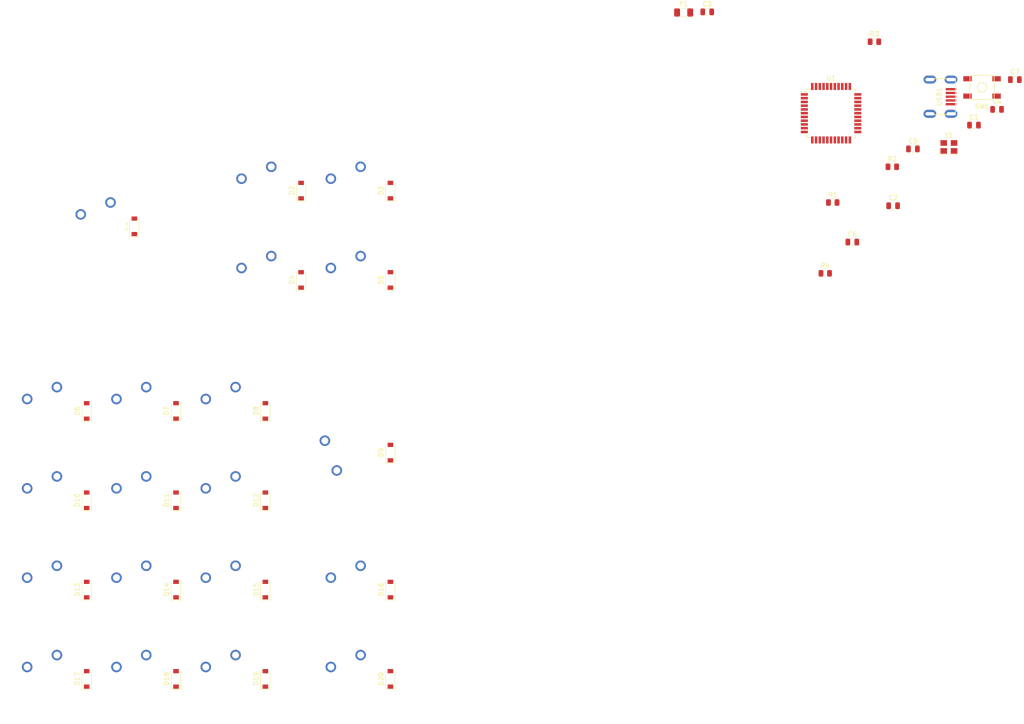
<source format=kicad_pcb>
(kicad_pcb (version 20171130) (host pcbnew "(5.1.9)-1")

  (general
    (thickness 1.6)
    (drawings 0)
    (tracks 0)
    (zones 0)
    (modules 56)
    (nets 71)
  )

  (page A4)
  (layers
    (0 F.Cu signal)
    (31 B.Cu signal)
    (32 B.Adhes user)
    (33 F.Adhes user)
    (34 B.Paste user)
    (35 F.Paste user)
    (36 B.SilkS user)
    (37 F.SilkS user)
    (38 B.Mask user)
    (39 F.Mask user)
    (40 Dwgs.User user)
    (41 Cmts.User user)
    (42 Eco1.User user)
    (43 Eco2.User user)
    (44 Edge.Cuts user)
    (45 Margin user)
    (46 B.CrtYd user)
    (47 F.CrtYd user)
    (48 B.Fab user)
    (49 F.Fab user)
  )

  (setup
    (last_trace_width 0.25)
    (trace_clearance 0.2)
    (zone_clearance 0.508)
    (zone_45_only no)
    (trace_min 0.2)
    (via_size 0.8)
    (via_drill 0.4)
    (via_min_size 0.4)
    (via_min_drill 0.3)
    (uvia_size 0.3)
    (uvia_drill 0.1)
    (uvias_allowed no)
    (uvia_min_size 0.2)
    (uvia_min_drill 0.1)
    (edge_width 0.05)
    (segment_width 0.2)
    (pcb_text_width 0.3)
    (pcb_text_size 1.5 1.5)
    (mod_edge_width 0.12)
    (mod_text_size 1 1)
    (mod_text_width 0.15)
    (pad_size 1.524 1.524)
    (pad_drill 0.762)
    (pad_to_mask_clearance 0)
    (aux_axis_origin 0 0)
    (visible_elements FFFFFF7F)
    (pcbplotparams
      (layerselection 0x010fc_ffffffff)
      (usegerberextensions false)
      (usegerberattributes true)
      (usegerberadvancedattributes true)
      (creategerberjobfile true)
      (excludeedgelayer true)
      (linewidth 0.100000)
      (plotframeref false)
      (viasonmask false)
      (mode 1)
      (useauxorigin false)
      (hpglpennumber 1)
      (hpglpenspeed 20)
      (hpglpendiameter 15.000000)
      (psnegative false)
      (psa4output false)
      (plotreference true)
      (plotvalue true)
      (plotinvisibletext false)
      (padsonsilk false)
      (subtractmaskfromsilk false)
      (outputformat 1)
      (mirror false)
      (drillshape 1)
      (scaleselection 1)
      (outputdirectory ""))
  )

  (net 0 "")
  (net 1 GND)
  (net 2 "Net-(C1-Pad1)")
  (net 3 "Net-(C2-Pad1)")
  (net 4 "Net-(C3-Pad1)")
  (net 5 +5V)
  (net 6 "Net-(D1-Pad2)")
  (net 7 ROW0)
  (net 8 "Net-(D2-Pad2)")
  (net 9 "Net-(D3-Pad2)")
  (net 10 "Net-(D4-Pad2)")
  (net 11 ROW1)
  (net 12 "Net-(D5-Pad2)")
  (net 13 "Net-(D6-Pad2)")
  (net 14 ROW2)
  (net 15 "Net-(D7-Pad2)")
  (net 16 "Net-(D8-Pad2)")
  (net 17 "Net-(D9-Pad2)")
  (net 18 ROW3)
  (net 19 "Net-(D10-Pad2)")
  (net 20 "Net-(D11-Pad2)")
  (net 21 "Net-(D12-Pad2)")
  (net 22 "Net-(D13-Pad2)")
  (net 23 ROW4)
  (net 24 "Net-(D14-Pad2)")
  (net 25 "Net-(D15-Pad2)")
  (net 26 "Net-(D16-Pad2)")
  (net 27 "Net-(D17-Pad2)")
  (net 28 ROW5)
  (net 29 "Net-(D18-Pad2)")
  (net 30 "Net-(D19-Pad2)")
  (net 31 "Net-(D20-Pad2)")
  (net 32 VCC)
  (net 33 COL2)
  (net 34 COL3)
  (net 35 COL0)
  (net 36 COL1)
  (net 37 "Net-(R1-Pad2)")
  (net 38 "Net-(R2-Pad2)")
  (net 39 D+)
  (net 40 "Net-(R3-Pad2)")
  (net 41 D-)
  (net 42 "Net-(R4-Pad2)")
  (net 43 "Net-(U1-Pad42)")
  (net 44 "Net-(U1-Pad41)")
  (net 45 "Net-(U1-Pad40)")
  (net 46 "Net-(U1-Pad39)")
  (net 47 "Net-(U1-Pad38)")
  (net 48 "Net-(U1-Pad37)")
  (net 49 "Net-(U1-Pad36)")
  (net 50 "Net-(U1-Pad32)")
  (net 51 "Net-(U1-Pad31)")
  (net 52 "Net-(U1-Pad30)")
  (net 53 "Net-(U1-Pad29)")
  (net 54 "Net-(U1-Pad28)")
  (net 55 "Net-(U1-Pad27)")
  (net 56 "Net-(U1-Pad26)")
  (net 57 "Net-(U1-Pad25)")
  (net 58 "Net-(U1-Pad22)")
  (net 59 "Net-(U1-Pad21)")
  (net 60 "Net-(U1-Pad20)")
  (net 61 "Net-(U1-Pad19)")
  (net 62 "Net-(U1-Pad18)")
  (net 63 "Net-(U1-Pad12)")
  (net 64 "Net-(U1-Pad11)")
  (net 65 "Net-(U1-Pad10)")
  (net 66 "Net-(U1-Pad9)")
  (net 67 "Net-(U1-Pad8)")
  (net 68 "Net-(U1-Pad1)")
  (net 69 "Net-(USB1-Pad6)")
  (net 70 "Net-(USB1-Pad2)")

  (net_class Default "This is the default net class."
    (clearance 0.2)
    (trace_width 0.25)
    (via_dia 0.8)
    (via_drill 0.4)
    (uvia_dia 0.3)
    (uvia_drill 0.1)
    (add_net +5V)
    (add_net COL0)
    (add_net COL1)
    (add_net COL2)
    (add_net COL3)
    (add_net D+)
    (add_net D-)
    (add_net GND)
    (add_net "Net-(C1-Pad1)")
    (add_net "Net-(C2-Pad1)")
    (add_net "Net-(C3-Pad1)")
    (add_net "Net-(D1-Pad2)")
    (add_net "Net-(D10-Pad2)")
    (add_net "Net-(D11-Pad2)")
    (add_net "Net-(D12-Pad2)")
    (add_net "Net-(D13-Pad2)")
    (add_net "Net-(D14-Pad2)")
    (add_net "Net-(D15-Pad2)")
    (add_net "Net-(D16-Pad2)")
    (add_net "Net-(D17-Pad2)")
    (add_net "Net-(D18-Pad2)")
    (add_net "Net-(D19-Pad2)")
    (add_net "Net-(D2-Pad2)")
    (add_net "Net-(D20-Pad2)")
    (add_net "Net-(D3-Pad2)")
    (add_net "Net-(D4-Pad2)")
    (add_net "Net-(D5-Pad2)")
    (add_net "Net-(D6-Pad2)")
    (add_net "Net-(D7-Pad2)")
    (add_net "Net-(D8-Pad2)")
    (add_net "Net-(D9-Pad2)")
    (add_net "Net-(R1-Pad2)")
    (add_net "Net-(R2-Pad2)")
    (add_net "Net-(R3-Pad2)")
    (add_net "Net-(R4-Pad2)")
    (add_net "Net-(U1-Pad1)")
    (add_net "Net-(U1-Pad10)")
    (add_net "Net-(U1-Pad11)")
    (add_net "Net-(U1-Pad12)")
    (add_net "Net-(U1-Pad18)")
    (add_net "Net-(U1-Pad19)")
    (add_net "Net-(U1-Pad20)")
    (add_net "Net-(U1-Pad21)")
    (add_net "Net-(U1-Pad22)")
    (add_net "Net-(U1-Pad25)")
    (add_net "Net-(U1-Pad26)")
    (add_net "Net-(U1-Pad27)")
    (add_net "Net-(U1-Pad28)")
    (add_net "Net-(U1-Pad29)")
    (add_net "Net-(U1-Pad30)")
    (add_net "Net-(U1-Pad31)")
    (add_net "Net-(U1-Pad32)")
    (add_net "Net-(U1-Pad36)")
    (add_net "Net-(U1-Pad37)")
    (add_net "Net-(U1-Pad38)")
    (add_net "Net-(U1-Pad39)")
    (add_net "Net-(U1-Pad40)")
    (add_net "Net-(U1-Pad41)")
    (add_net "Net-(U1-Pad42)")
    (add_net "Net-(U1-Pad8)")
    (add_net "Net-(U1-Pad9)")
    (add_net "Net-(USB1-Pad2)")
    (add_net "Net-(USB1-Pad6)")
    (add_net ROW0)
    (add_net ROW1)
    (add_net ROW2)
    (add_net ROW3)
    (add_net ROW4)
    (add_net ROW5)
    (add_net VCC)
  )

  (module MX_Only:MXOnly-1U-NoLED (layer F.Cu) (tedit 5BD3C6C7) (tstamp 615BC314)
    (at 63.5 71.12)
    (path /616ED1EF)
    (fp_text reference MX1 (at 0 3.175) (layer Dwgs.User)
      (effects (font (size 1 1) (thickness 0.15)))
    )
    (fp_text value MX-NoLED (at 0 -7.9375) (layer Dwgs.User)
      (effects (font (size 1 1) (thickness 0.15)))
    )
    (fp_line (start -9.525 9.525) (end -9.525 -9.525) (layer Dwgs.User) (width 0.15))
    (fp_line (start 9.525 9.525) (end -9.525 9.525) (layer Dwgs.User) (width 0.15))
    (fp_line (start 9.525 -9.525) (end 9.525 9.525) (layer Dwgs.User) (width 0.15))
    (fp_line (start -9.525 -9.525) (end 9.525 -9.525) (layer Dwgs.User) (width 0.15))
    (fp_line (start -7 -7) (end -7 -5) (layer Dwgs.User) (width 0.15))
    (fp_line (start -5 -7) (end -7 -7) (layer Dwgs.User) (width 0.15))
    (fp_line (start -7 7) (end -5 7) (layer Dwgs.User) (width 0.15))
    (fp_line (start -7 5) (end -7 7) (layer Dwgs.User) (width 0.15))
    (fp_line (start 7 7) (end 7 5) (layer Dwgs.User) (width 0.15))
    (fp_line (start 5 7) (end 7 7) (layer Dwgs.User) (width 0.15))
    (fp_line (start 7 -7) (end 7 -5) (layer Dwgs.User) (width 0.15))
    (fp_line (start 5 -7) (end 7 -7) (layer Dwgs.User) (width 0.15))
    (pad 2 thru_hole circle (at 2.54 -5.08) (size 2.25 2.25) (drill 1.47) (layers *.Cu B.Mask)
      (net 6 "Net-(D1-Pad2)"))
    (pad "" np_thru_hole circle (at 0 0) (size 3.9878 3.9878) (drill 3.9878) (layers *.Cu *.Mask))
    (pad 1 thru_hole circle (at -3.81 -2.54) (size 2.25 2.25) (drill 1.47) (layers *.Cu B.Mask)
      (net 33 COL2))
    (pad "" np_thru_hole circle (at -5.08 0 48.0996) (size 1.75 1.75) (drill 1.75) (layers *.Cu *.Mask))
    (pad "" np_thru_hole circle (at 5.08 0 48.0996) (size 1.75 1.75) (drill 1.75) (layers *.Cu *.Mask))
  )

  (module MX_Only:MXOnly-2U-NoLED (layer F.Cu) (tedit 5BD3C72F) (tstamp 615BC3BC)
    (at 116.84 119.38 90)
    (path /61673F2F)
    (fp_text reference MX9 (at 0 3.175 90) (layer Dwgs.User)
      (effects (font (size 1 1) (thickness 0.15)))
    )
    (fp_text value MX-NoLED (at 0 -7.9375 90) (layer Dwgs.User)
      (effects (font (size 1 1) (thickness 0.15)))
    )
    (fp_line (start -19.05 9.525) (end -19.05 -9.525) (layer Dwgs.User) (width 0.15))
    (fp_line (start -19.05 9.525) (end 19.05 9.525) (layer Dwgs.User) (width 0.15))
    (fp_line (start 19.05 -9.525) (end 19.05 9.525) (layer Dwgs.User) (width 0.15))
    (fp_line (start -19.05 -9.525) (end 19.05 -9.525) (layer Dwgs.User) (width 0.15))
    (fp_line (start -7 -7) (end -7 -5) (layer Dwgs.User) (width 0.15))
    (fp_line (start -5 -7) (end -7 -7) (layer Dwgs.User) (width 0.15))
    (fp_line (start -7 7) (end -5 7) (layer Dwgs.User) (width 0.15))
    (fp_line (start -7 5) (end -7 7) (layer Dwgs.User) (width 0.15))
    (fp_line (start 7 7) (end 7 5) (layer Dwgs.User) (width 0.15))
    (fp_line (start 5 7) (end 7 7) (layer Dwgs.User) (width 0.15))
    (fp_line (start 7 -7) (end 7 -5) (layer Dwgs.User) (width 0.15))
    (fp_line (start 5 -7) (end 7 -7) (layer Dwgs.User) (width 0.15))
    (pad 2 thru_hole circle (at 2.54 -5.08 90) (size 2.25 2.25) (drill 1.47) (layers *.Cu B.Mask)
      (net 17 "Net-(D9-Pad2)"))
    (pad "" np_thru_hole circle (at 0 0 90) (size 3.9878 3.9878) (drill 3.9878) (layers *.Cu *.Mask))
    (pad 1 thru_hole circle (at -3.81 -2.54 90) (size 2.25 2.25) (drill 1.47) (layers *.Cu B.Mask)
      (net 34 COL3))
    (pad "" np_thru_hole circle (at -5.08 0 138.0996) (size 1.75 1.75) (drill 1.75) (layers *.Cu *.Mask))
    (pad "" np_thru_hole circle (at 5.08 0 138.0996) (size 1.75 1.75) (drill 1.75) (layers *.Cu *.Mask))
    (pad "" np_thru_hole circle (at -11.90625 -6.985 90) (size 3.048 3.048) (drill 3.048) (layers *.Cu *.Mask))
    (pad "" np_thru_hole circle (at 11.90625 -6.985 90) (size 3.048 3.048) (drill 3.048) (layers *.Cu *.Mask))
    (pad "" np_thru_hole circle (at -11.90625 8.255 90) (size 3.9878 3.9878) (drill 3.9878) (layers *.Cu *.Mask))
    (pad "" np_thru_hole circle (at 11.90625 8.255 90) (size 3.9878 3.9878) (drill 3.9878) (layers *.Cu *.Mask))
  )

  (module Crystal:Crystal_SMD_3225-4Pin_3.2x2.5mm (layer F.Cu) (tedit 5A0FD1B2) (tstamp 615BC57C)
    (at 244.84 54.19)
    (descr "SMD Crystal SERIES SMD3225/4 http://www.txccrystal.com/images/pdf/7m-accuracy.pdf, 3.2x2.5mm^2 package")
    (tags "SMD SMT crystal")
    (path /615F32EA)
    (attr smd)
    (fp_text reference Y1 (at 0 -2.45) (layer F.SilkS)
      (effects (font (size 1 1) (thickness 0.15)))
    )
    (fp_text value 16MHz (at 0 2.45) (layer F.Fab)
      (effects (font (size 1 1) (thickness 0.15)))
    )
    (fp_text user %R (at 0 0) (layer F.Fab)
      (effects (font (size 0.7 0.7) (thickness 0.105)))
    )
    (fp_line (start -1.6 -1.25) (end -1.6 1.25) (layer F.Fab) (width 0.1))
    (fp_line (start -1.6 1.25) (end 1.6 1.25) (layer F.Fab) (width 0.1))
    (fp_line (start 1.6 1.25) (end 1.6 -1.25) (layer F.Fab) (width 0.1))
    (fp_line (start 1.6 -1.25) (end -1.6 -1.25) (layer F.Fab) (width 0.1))
    (fp_line (start -1.6 0.25) (end -0.6 1.25) (layer F.Fab) (width 0.1))
    (fp_line (start -2 -1.65) (end -2 1.65) (layer F.SilkS) (width 0.12))
    (fp_line (start -2 1.65) (end 2 1.65) (layer F.SilkS) (width 0.12))
    (fp_line (start -2.1 -1.7) (end -2.1 1.7) (layer F.CrtYd) (width 0.05))
    (fp_line (start -2.1 1.7) (end 2.1 1.7) (layer F.CrtYd) (width 0.05))
    (fp_line (start 2.1 1.7) (end 2.1 -1.7) (layer F.CrtYd) (width 0.05))
    (fp_line (start 2.1 -1.7) (end -2.1 -1.7) (layer F.CrtYd) (width 0.05))
    (pad 4 smd rect (at -1.1 -0.85) (size 1.4 1.2) (layers F.Cu F.Paste F.Mask)
      (net 1 GND))
    (pad 3 smd rect (at 1.1 -0.85) (size 1.4 1.2) (layers F.Cu F.Paste F.Mask)
      (net 3 "Net-(C2-Pad1)"))
    (pad 2 smd rect (at 1.1 0.85) (size 1.4 1.2) (layers F.Cu F.Paste F.Mask)
      (net 1 GND))
    (pad 1 smd rect (at -1.1 0.85) (size 1.4 1.2) (layers F.Cu F.Paste F.Mask)
      (net 2 "Net-(C1-Pad1)"))
    (model ${KISYS3DMOD}/Crystal.3dshapes/Crystal_SMD_3225-4Pin_3.2x2.5mm.wrl
      (at (xyz 0 0 0))
      (scale (xyz 1 1 1))
      (rotate (xyz 0 0 0))
    )
  )

  (module random-keyboard-parts:Molex-0548190589 (layer F.Cu) (tedit 5C494815) (tstamp 615BC568)
    (at 240.79 43.472)
    (path /616165F5)
    (attr smd)
    (fp_text reference USB1 (at 2.032 0 90) (layer F.SilkS)
      (effects (font (size 1 1) (thickness 0.15)))
    )
    (fp_text value Molex-0548190589 (at -5.08 0 90) (layer Dwgs.User)
      (effects (font (size 1 1) (thickness 0.15)))
    )
    (fp_text user %R (at 2 0 90) (layer F.CrtYd)
      (effects (font (size 1 1) (thickness 0.15)))
    )
    (fp_line (start -3.75 -3.85) (end -3.75 3.85) (layer Dwgs.User) (width 0.15))
    (fp_line (start -1.75 -4.572) (end -1.75 4.572) (layer Dwgs.User) (width 0.15))
    (fp_line (start -3.75 3.85) (end 0 3.85) (layer Dwgs.User) (width 0.15))
    (fp_line (start -3.75 -3.85) (end 0 -3.85) (layer Dwgs.User) (width 0.15))
    (fp_line (start 5.45 -3.85) (end 5.45 3.85) (layer F.SilkS) (width 0.15))
    (fp_line (start 0 3.85) (end 5.45 3.85) (layer F.SilkS) (width 0.15))
    (fp_line (start 0 -3.85) (end 5.45 -3.85) (layer F.SilkS) (width 0.15))
    (fp_line (start -3.75 -3.75) (end 5.5 -3.75) (layer F.CrtYd) (width 0.15))
    (fp_line (start 5.5 -3.75) (end 5.5 3.75) (layer F.CrtYd) (width 0.15))
    (fp_line (start 5.5 3.75) (end -3.75 3.75) (layer F.CrtYd) (width 0.15))
    (fp_line (start -3.75 3.75) (end -3.75 -3.75) (layer F.CrtYd) (width 0.15))
    (fp_line (start 5.5 -2) (end 3.25 -2) (layer F.CrtYd) (width 0.15))
    (fp_line (start 3.25 -2) (end 3.25 2) (layer F.CrtYd) (width 0.15))
    (fp_line (start 3.25 2) (end 5.5 2) (layer F.CrtYd) (width 0.15))
    (fp_line (start 5.5 1.25) (end 3.25 1.25) (layer F.CrtYd) (width 0.15))
    (fp_line (start 3.25 0.5) (end 5.5 0.5) (layer F.CrtYd) (width 0.15))
    (fp_line (start 5.5 -0.5) (end 3.25 -0.5) (layer F.CrtYd) (width 0.15))
    (fp_line (start 3.25 -1.25) (end 5.5 -1.25) (layer F.CrtYd) (width 0.15))
    (pad 6 thru_hole oval (at 0 -3.65) (size 2.7 1.7) (drill oval 1.9 0.7) (layers *.Cu *.Mask)
      (net 69 "Net-(USB1-Pad6)"))
    (pad 6 thru_hole oval (at 0 3.65) (size 2.7 1.7) (drill oval 1.9 0.7) (layers *.Cu *.Mask)
      (net 69 "Net-(USB1-Pad6)"))
    (pad 6 thru_hole oval (at 4.5 3.65) (size 2.7 1.7) (drill oval 1.9 0.7) (layers *.Cu *.Mask)
      (net 69 "Net-(USB1-Pad6)"))
    (pad 6 thru_hole oval (at 4.5 -3.65) (size 2.7 1.7) (drill oval 1.9 0.7) (layers *.Cu *.Mask)
      (net 69 "Net-(USB1-Pad6)"))
    (pad 5 smd rect (at 4.5 -1.6) (size 2.25 0.5) (layers F.Cu F.Paste F.Mask)
      (net 32 VCC))
    (pad 4 smd rect (at 4.5 -0.8) (size 2.25 0.5) (layers F.Cu F.Paste F.Mask)
      (net 41 D-))
    (pad 3 smd rect (at 4.5 0) (size 2.25 0.5) (layers F.Cu F.Paste F.Mask)
      (net 39 D+))
    (pad 2 smd rect (at 4.5 0.8) (size 2.25 0.5) (layers F.Cu F.Paste F.Mask)
      (net 70 "Net-(USB1-Pad2)"))
    (pad 1 smd rect (at 4.5 1.6) (size 2.25 0.5) (layers F.Cu F.Paste F.Mask)
      (net 1 GND))
  )

  (module Package_QFP:TQFP-44_10x10mm_P0.8mm (layer F.Cu) (tedit 5A02F146) (tstamp 615BC548)
    (at 219.71 46.99)
    (descr "44-Lead Plastic Thin Quad Flatpack (PT) - 10x10x1.0 mm Body [TQFP] (see Microchip Packaging Specification 00000049BS.pdf)")
    (tags "QFP 0.8")
    (path /615CAEAB)
    (attr smd)
    (fp_text reference U1 (at 0 -7.45) (layer F.SilkS)
      (effects (font (size 1 1) (thickness 0.15)))
    )
    (fp_text value ATmega32U4-AU (at 0 7.45) (layer F.Fab)
      (effects (font (size 1 1) (thickness 0.15)))
    )
    (fp_text user %R (at 0 0) (layer F.Fab)
      (effects (font (size 1 1) (thickness 0.15)))
    )
    (fp_line (start -4 -5) (end 5 -5) (layer F.Fab) (width 0.15))
    (fp_line (start 5 -5) (end 5 5) (layer F.Fab) (width 0.15))
    (fp_line (start 5 5) (end -5 5) (layer F.Fab) (width 0.15))
    (fp_line (start -5 5) (end -5 -4) (layer F.Fab) (width 0.15))
    (fp_line (start -5 -4) (end -4 -5) (layer F.Fab) (width 0.15))
    (fp_line (start -6.7 -6.7) (end -6.7 6.7) (layer F.CrtYd) (width 0.05))
    (fp_line (start 6.7 -6.7) (end 6.7 6.7) (layer F.CrtYd) (width 0.05))
    (fp_line (start -6.7 -6.7) (end 6.7 -6.7) (layer F.CrtYd) (width 0.05))
    (fp_line (start -6.7 6.7) (end 6.7 6.7) (layer F.CrtYd) (width 0.05))
    (fp_line (start -5.175 -5.175) (end -5.175 -4.6) (layer F.SilkS) (width 0.15))
    (fp_line (start 5.175 -5.175) (end 5.175 -4.5) (layer F.SilkS) (width 0.15))
    (fp_line (start 5.175 5.175) (end 5.175 4.5) (layer F.SilkS) (width 0.15))
    (fp_line (start -5.175 5.175) (end -5.175 4.5) (layer F.SilkS) (width 0.15))
    (fp_line (start -5.175 -5.175) (end -4.5 -5.175) (layer F.SilkS) (width 0.15))
    (fp_line (start -5.175 5.175) (end -4.5 5.175) (layer F.SilkS) (width 0.15))
    (fp_line (start 5.175 5.175) (end 4.5 5.175) (layer F.SilkS) (width 0.15))
    (fp_line (start 5.175 -5.175) (end 4.5 -5.175) (layer F.SilkS) (width 0.15))
    (fp_line (start -5.175 -4.6) (end -6.45 -4.6) (layer F.SilkS) (width 0.15))
    (pad 44 smd rect (at -4 -5.7 90) (size 1.5 0.55) (layers F.Cu F.Paste F.Mask)
      (net 5 +5V))
    (pad 43 smd rect (at -3.2 -5.7 90) (size 1.5 0.55) (layers F.Cu F.Paste F.Mask)
      (net 1 GND))
    (pad 42 smd rect (at -2.4 -5.7 90) (size 1.5 0.55) (layers F.Cu F.Paste F.Mask)
      (net 43 "Net-(U1-Pad42)"))
    (pad 41 smd rect (at -1.6 -5.7 90) (size 1.5 0.55) (layers F.Cu F.Paste F.Mask)
      (net 44 "Net-(U1-Pad41)"))
    (pad 40 smd rect (at -0.8 -5.7 90) (size 1.5 0.55) (layers F.Cu F.Paste F.Mask)
      (net 45 "Net-(U1-Pad40)"))
    (pad 39 smd rect (at 0 -5.7 90) (size 1.5 0.55) (layers F.Cu F.Paste F.Mask)
      (net 46 "Net-(U1-Pad39)"))
    (pad 38 smd rect (at 0.8 -5.7 90) (size 1.5 0.55) (layers F.Cu F.Paste F.Mask)
      (net 47 "Net-(U1-Pad38)"))
    (pad 37 smd rect (at 1.6 -5.7 90) (size 1.5 0.55) (layers F.Cu F.Paste F.Mask)
      (net 48 "Net-(U1-Pad37)"))
    (pad 36 smd rect (at 2.4 -5.7 90) (size 1.5 0.55) (layers F.Cu F.Paste F.Mask)
      (net 49 "Net-(U1-Pad36)"))
    (pad 35 smd rect (at 3.2 -5.7 90) (size 1.5 0.55) (layers F.Cu F.Paste F.Mask)
      (net 1 GND))
    (pad 34 smd rect (at 4 -5.7 90) (size 1.5 0.55) (layers F.Cu F.Paste F.Mask)
      (net 5 +5V))
    (pad 33 smd rect (at 5.7 -4) (size 1.5 0.55) (layers F.Cu F.Paste F.Mask)
      (net 42 "Net-(R4-Pad2)"))
    (pad 32 smd rect (at 5.7 -3.2) (size 1.5 0.55) (layers F.Cu F.Paste F.Mask)
      (net 50 "Net-(U1-Pad32)"))
    (pad 31 smd rect (at 5.7 -2.4) (size 1.5 0.55) (layers F.Cu F.Paste F.Mask)
      (net 51 "Net-(U1-Pad31)"))
    (pad 30 smd rect (at 5.7 -1.6) (size 1.5 0.55) (layers F.Cu F.Paste F.Mask)
      (net 52 "Net-(U1-Pad30)"))
    (pad 29 smd rect (at 5.7 -0.8) (size 1.5 0.55) (layers F.Cu F.Paste F.Mask)
      (net 53 "Net-(U1-Pad29)"))
    (pad 28 smd rect (at 5.7 0) (size 1.5 0.55) (layers F.Cu F.Paste F.Mask)
      (net 54 "Net-(U1-Pad28)"))
    (pad 27 smd rect (at 5.7 0.8) (size 1.5 0.55) (layers F.Cu F.Paste F.Mask)
      (net 55 "Net-(U1-Pad27)"))
    (pad 26 smd rect (at 5.7 1.6) (size 1.5 0.55) (layers F.Cu F.Paste F.Mask)
      (net 56 "Net-(U1-Pad26)"))
    (pad 25 smd rect (at 5.7 2.4) (size 1.5 0.55) (layers F.Cu F.Paste F.Mask)
      (net 57 "Net-(U1-Pad25)"))
    (pad 24 smd rect (at 5.7 3.2) (size 1.5 0.55) (layers F.Cu F.Paste F.Mask)
      (net 5 +5V))
    (pad 23 smd rect (at 5.7 4) (size 1.5 0.55) (layers F.Cu F.Paste F.Mask)
      (net 1 GND))
    (pad 22 smd rect (at 4 5.7 90) (size 1.5 0.55) (layers F.Cu F.Paste F.Mask)
      (net 58 "Net-(U1-Pad22)"))
    (pad 21 smd rect (at 3.2 5.7 90) (size 1.5 0.55) (layers F.Cu F.Paste F.Mask)
      (net 59 "Net-(U1-Pad21)"))
    (pad 20 smd rect (at 2.4 5.7 90) (size 1.5 0.55) (layers F.Cu F.Paste F.Mask)
      (net 60 "Net-(U1-Pad20)"))
    (pad 19 smd rect (at 1.6 5.7 90) (size 1.5 0.55) (layers F.Cu F.Paste F.Mask)
      (net 61 "Net-(U1-Pad19)"))
    (pad 18 smd rect (at 0.8 5.7 90) (size 1.5 0.55) (layers F.Cu F.Paste F.Mask)
      (net 62 "Net-(U1-Pad18)"))
    (pad 17 smd rect (at 0 5.7 90) (size 1.5 0.55) (layers F.Cu F.Paste F.Mask)
      (net 2 "Net-(C1-Pad1)"))
    (pad 16 smd rect (at -0.8 5.7 90) (size 1.5 0.55) (layers F.Cu F.Paste F.Mask)
      (net 3 "Net-(C2-Pad1)"))
    (pad 15 smd rect (at -1.6 5.7 90) (size 1.5 0.55) (layers F.Cu F.Paste F.Mask)
      (net 1 GND))
    (pad 14 smd rect (at -2.4 5.7 90) (size 1.5 0.55) (layers F.Cu F.Paste F.Mask)
      (net 5 +5V))
    (pad 13 smd rect (at -3.2 5.7 90) (size 1.5 0.55) (layers F.Cu F.Paste F.Mask)
      (net 37 "Net-(R1-Pad2)"))
    (pad 12 smd rect (at -4 5.7 90) (size 1.5 0.55) (layers F.Cu F.Paste F.Mask)
      (net 63 "Net-(U1-Pad12)"))
    (pad 11 smd rect (at -5.7 4) (size 1.5 0.55) (layers F.Cu F.Paste F.Mask)
      (net 64 "Net-(U1-Pad11)"))
    (pad 10 smd rect (at -5.7 3.2) (size 1.5 0.55) (layers F.Cu F.Paste F.Mask)
      (net 65 "Net-(U1-Pad10)"))
    (pad 9 smd rect (at -5.7 2.4) (size 1.5 0.55) (layers F.Cu F.Paste F.Mask)
      (net 66 "Net-(U1-Pad9)"))
    (pad 8 smd rect (at -5.7 1.6) (size 1.5 0.55) (layers F.Cu F.Paste F.Mask)
      (net 67 "Net-(U1-Pad8)"))
    (pad 7 smd rect (at -5.7 0.8) (size 1.5 0.55) (layers F.Cu F.Paste F.Mask)
      (net 5 +5V))
    (pad 6 smd rect (at -5.7 0) (size 1.5 0.55) (layers F.Cu F.Paste F.Mask)
      (net 4 "Net-(C3-Pad1)"))
    (pad 5 smd rect (at -5.7 -0.8) (size 1.5 0.55) (layers F.Cu F.Paste F.Mask)
      (net 1 GND))
    (pad 4 smd rect (at -5.7 -1.6) (size 1.5 0.55) (layers F.Cu F.Paste F.Mask)
      (net 38 "Net-(R2-Pad2)"))
    (pad 3 smd rect (at -5.7 -2.4) (size 1.5 0.55) (layers F.Cu F.Paste F.Mask)
      (net 40 "Net-(R3-Pad2)"))
    (pad 2 smd rect (at -5.7 -3.2) (size 1.5 0.55) (layers F.Cu F.Paste F.Mask)
      (net 5 +5V))
    (pad 1 smd rect (at -5.7 -4) (size 1.5 0.55) (layers F.Cu F.Paste F.Mask)
      (net 68 "Net-(U1-Pad1)"))
    (model ${KISYS3DMOD}/Package_QFP.3dshapes/TQFP-44_10x10mm_P0.8mm.wrl
      (at (xyz 0 0 0))
      (scale (xyz 1 1 1))
      (rotate (xyz 0 0 0))
    )
  )

  (module random-keyboard-parts:SKQG-1155865 (layer F.Cu) (tedit 5E62B398) (tstamp 615BC505)
    (at 251.91 41.5)
    (path /6160E751)
    (attr smd)
    (fp_text reference SW1 (at 0 4.064) (layer F.SilkS)
      (effects (font (size 1 1) (thickness 0.15)))
    )
    (fp_text value SW_Push (at 0 -4.064) (layer F.Fab)
      (effects (font (size 1 1) (thickness 0.15)))
    )
    (fp_line (start -2.6 1.1) (end -1.1 2.6) (layer F.Fab) (width 0.15))
    (fp_line (start 2.6 1.1) (end 1.1 2.6) (layer F.Fab) (width 0.15))
    (fp_line (start 2.6 -1.1) (end 1.1 -2.6) (layer F.Fab) (width 0.15))
    (fp_line (start -2.6 -1.1) (end -1.1 -2.6) (layer F.Fab) (width 0.15))
    (fp_circle (center 0 0) (end 1 0) (layer F.Fab) (width 0.15))
    (fp_line (start -4.2 -1.1) (end -4.2 -2.6) (layer F.Fab) (width 0.15))
    (fp_line (start -2.6 -1.1) (end -4.2 -1.1) (layer F.Fab) (width 0.15))
    (fp_line (start -2.6 1.1) (end -2.6 -1.1) (layer F.Fab) (width 0.15))
    (fp_line (start -4.2 1.1) (end -2.6 1.1) (layer F.Fab) (width 0.15))
    (fp_line (start -4.2 2.6) (end -4.2 1.1) (layer F.Fab) (width 0.15))
    (fp_line (start 4.2 2.6) (end -4.2 2.6) (layer F.Fab) (width 0.15))
    (fp_line (start 4.2 1.1) (end 4.2 2.6) (layer F.Fab) (width 0.15))
    (fp_line (start 2.6 1.1) (end 4.2 1.1) (layer F.Fab) (width 0.15))
    (fp_line (start 2.6 -1.1) (end 2.6 1.1) (layer F.Fab) (width 0.15))
    (fp_line (start 4.2 -1.1) (end 2.6 -1.1) (layer F.Fab) (width 0.15))
    (fp_line (start 4.2 -2.6) (end 4.2 -1.2) (layer F.Fab) (width 0.15))
    (fp_line (start -4.2 -2.6) (end 4.2 -2.6) (layer F.Fab) (width 0.15))
    (fp_circle (center 0 0) (end 1 0) (layer F.SilkS) (width 0.15))
    (fp_line (start -2.6 2.6) (end -2.6 -2.6) (layer F.SilkS) (width 0.15))
    (fp_line (start 2.6 2.6) (end -2.6 2.6) (layer F.SilkS) (width 0.15))
    (fp_line (start 2.6 -2.6) (end 2.6 2.6) (layer F.SilkS) (width 0.15))
    (fp_line (start -2.6 -2.6) (end 2.6 -2.6) (layer F.SilkS) (width 0.15))
    (pad 4 smd rect (at -3.1 1.85) (size 1.8 1.1) (layers F.Cu F.Paste F.Mask))
    (pad 3 smd rect (at 3.1 -1.85) (size 1.8 1.1) (layers F.Cu F.Paste F.Mask))
    (pad 2 smd rect (at -3.1 -1.85) (size 1.8 1.1) (layers F.Cu F.Paste F.Mask)
      (net 37 "Net-(R1-Pad2)"))
    (pad 1 smd rect (at 3.1 1.85) (size 1.8 1.1) (layers F.Cu F.Paste F.Mask)
      (net 1 GND))
    (model ${KISYS3DMOD}/Button_Switch_SMD.3dshapes/SW_SPST_TL3342.step
      (at (xyz 0 0 0))
      (scale (xyz 1 1 1))
      (rotate (xyz 0 0 0))
    )
  )

  (module Resistor_SMD:R_0805_2012Metric (layer F.Cu) (tedit 5F68FEEE) (tstamp 615BC4E7)
    (at 218.47 81.15)
    (descr "Resistor SMD 0805 (2012 Metric), square (rectangular) end terminal, IPC_7351 nominal, (Body size source: IPC-SM-782 page 72, https://www.pcb-3d.com/wordpress/wp-content/uploads/ipc-sm-782a_amendment_1_and_2.pdf), generated with kicad-footprint-generator")
    (tags resistor)
    (path /615C46CF)
    (attr smd)
    (fp_text reference R4 (at 0 -1.65) (layer F.SilkS)
      (effects (font (size 1 1) (thickness 0.15)))
    )
    (fp_text value 10k (at 0 1.65) (layer F.Fab)
      (effects (font (size 1 1) (thickness 0.15)))
    )
    (fp_text user %R (at 0 0) (layer F.Fab)
      (effects (font (size 0.5 0.5) (thickness 0.08)))
    )
    (fp_line (start -1 0.625) (end -1 -0.625) (layer F.Fab) (width 0.1))
    (fp_line (start -1 -0.625) (end 1 -0.625) (layer F.Fab) (width 0.1))
    (fp_line (start 1 -0.625) (end 1 0.625) (layer F.Fab) (width 0.1))
    (fp_line (start 1 0.625) (end -1 0.625) (layer F.Fab) (width 0.1))
    (fp_line (start -0.227064 -0.735) (end 0.227064 -0.735) (layer F.SilkS) (width 0.12))
    (fp_line (start -0.227064 0.735) (end 0.227064 0.735) (layer F.SilkS) (width 0.12))
    (fp_line (start -1.68 0.95) (end -1.68 -0.95) (layer F.CrtYd) (width 0.05))
    (fp_line (start -1.68 -0.95) (end 1.68 -0.95) (layer F.CrtYd) (width 0.05))
    (fp_line (start 1.68 -0.95) (end 1.68 0.95) (layer F.CrtYd) (width 0.05))
    (fp_line (start 1.68 0.95) (end -1.68 0.95) (layer F.CrtYd) (width 0.05))
    (pad 2 smd roundrect (at 0.9125 0) (size 1.025 1.4) (layers F.Cu F.Paste F.Mask) (roundrect_rratio 0.243902)
      (net 42 "Net-(R4-Pad2)"))
    (pad 1 smd roundrect (at -0.9125 0) (size 1.025 1.4) (layers F.Cu F.Paste F.Mask) (roundrect_rratio 0.243902)
      (net 1 GND))
    (model ${KISYS3DMOD}/Resistor_SMD.3dshapes/R_0805_2012Metric.wrl
      (at (xyz 0 0 0))
      (scale (xyz 1 1 1))
      (rotate (xyz 0 0 0))
    )
  )

  (module Resistor_SMD:R_0805_2012Metric (layer F.Cu) (tedit 5F68FEEE) (tstamp 615BC4D6)
    (at 228.9575 31.75)
    (descr "Resistor SMD 0805 (2012 Metric), square (rectangular) end terminal, IPC_7351 nominal, (Body size source: IPC-SM-782 page 72, https://www.pcb-3d.com/wordpress/wp-content/uploads/ipc-sm-782a_amendment_1_and_2.pdf), generated with kicad-footprint-generator")
    (tags resistor)
    (path /615DC32A)
    (attr smd)
    (fp_text reference R3 (at 0 -1.65) (layer F.SilkS)
      (effects (font (size 1 1) (thickness 0.15)))
    )
    (fp_text value 22 (at 0 1.65) (layer F.Fab)
      (effects (font (size 1 1) (thickness 0.15)))
    )
    (fp_text user %R (at 0 0) (layer F.Fab)
      (effects (font (size 0.5 0.5) (thickness 0.08)))
    )
    (fp_line (start -1 0.625) (end -1 -0.625) (layer F.Fab) (width 0.1))
    (fp_line (start -1 -0.625) (end 1 -0.625) (layer F.Fab) (width 0.1))
    (fp_line (start 1 -0.625) (end 1 0.625) (layer F.Fab) (width 0.1))
    (fp_line (start 1 0.625) (end -1 0.625) (layer F.Fab) (width 0.1))
    (fp_line (start -0.227064 -0.735) (end 0.227064 -0.735) (layer F.SilkS) (width 0.12))
    (fp_line (start -0.227064 0.735) (end 0.227064 0.735) (layer F.SilkS) (width 0.12))
    (fp_line (start -1.68 0.95) (end -1.68 -0.95) (layer F.CrtYd) (width 0.05))
    (fp_line (start -1.68 -0.95) (end 1.68 -0.95) (layer F.CrtYd) (width 0.05))
    (fp_line (start 1.68 -0.95) (end 1.68 0.95) (layer F.CrtYd) (width 0.05))
    (fp_line (start 1.68 0.95) (end -1.68 0.95) (layer F.CrtYd) (width 0.05))
    (pad 2 smd roundrect (at 0.9125 0) (size 1.025 1.4) (layers F.Cu F.Paste F.Mask) (roundrect_rratio 0.243902)
      (net 40 "Net-(R3-Pad2)"))
    (pad 1 smd roundrect (at -0.9125 0) (size 1.025 1.4) (layers F.Cu F.Paste F.Mask) (roundrect_rratio 0.243902)
      (net 41 D-))
    (model ${KISYS3DMOD}/Resistor_SMD.3dshapes/R_0805_2012Metric.wrl
      (at (xyz 0 0 0))
      (scale (xyz 1 1 1))
      (rotate (xyz 0 0 0))
    )
  )

  (module Resistor_SMD:R_0805_2012Metric (layer F.Cu) (tedit 5F68FEEE) (tstamp 615BF893)
    (at 232.7675 58.42)
    (descr "Resistor SMD 0805 (2012 Metric), square (rectangular) end terminal, IPC_7351 nominal, (Body size source: IPC-SM-782 page 72, https://www.pcb-3d.com/wordpress/wp-content/uploads/ipc-sm-782a_amendment_1_and_2.pdf), generated with kicad-footprint-generator")
    (tags resistor)
    (path /615DA34C)
    (attr smd)
    (fp_text reference R2 (at 0 -1.65) (layer F.SilkS)
      (effects (font (size 1 1) (thickness 0.15)))
    )
    (fp_text value 22 (at 0 1.65) (layer F.Fab)
      (effects (font (size 1 1) (thickness 0.15)))
    )
    (fp_text user %R (at 0 0) (layer F.Fab)
      (effects (font (size 0.5 0.5) (thickness 0.08)))
    )
    (fp_line (start -1 0.625) (end -1 -0.625) (layer F.Fab) (width 0.1))
    (fp_line (start -1 -0.625) (end 1 -0.625) (layer F.Fab) (width 0.1))
    (fp_line (start 1 -0.625) (end 1 0.625) (layer F.Fab) (width 0.1))
    (fp_line (start 1 0.625) (end -1 0.625) (layer F.Fab) (width 0.1))
    (fp_line (start -0.227064 -0.735) (end 0.227064 -0.735) (layer F.SilkS) (width 0.12))
    (fp_line (start -0.227064 0.735) (end 0.227064 0.735) (layer F.SilkS) (width 0.12))
    (fp_line (start -1.68 0.95) (end -1.68 -0.95) (layer F.CrtYd) (width 0.05))
    (fp_line (start -1.68 -0.95) (end 1.68 -0.95) (layer F.CrtYd) (width 0.05))
    (fp_line (start 1.68 -0.95) (end 1.68 0.95) (layer F.CrtYd) (width 0.05))
    (fp_line (start 1.68 0.95) (end -1.68 0.95) (layer F.CrtYd) (width 0.05))
    (pad 2 smd roundrect (at 0.9125 0) (size 1.025 1.4) (layers F.Cu F.Paste F.Mask) (roundrect_rratio 0.243902)
      (net 38 "Net-(R2-Pad2)"))
    (pad 1 smd roundrect (at -0.9125 0) (size 1.025 1.4) (layers F.Cu F.Paste F.Mask) (roundrect_rratio 0.243902)
      (net 39 D+))
    (model ${KISYS3DMOD}/Resistor_SMD.3dshapes/R_0805_2012Metric.wrl
      (at (xyz 0 0 0))
      (scale (xyz 1 1 1))
      (rotate (xyz 0 0 0))
    )
  )

  (module Resistor_SMD:R_0805_2012Metric (layer F.Cu) (tedit 5F68FEEE) (tstamp 615BC4B4)
    (at 220.0675 66.04)
    (descr "Resistor SMD 0805 (2012 Metric), square (rectangular) end terminal, IPC_7351 nominal, (Body size source: IPC-SM-782 page 72, https://www.pcb-3d.com/wordpress/wp-content/uploads/ipc-sm-782a_amendment_1_and_2.pdf), generated with kicad-footprint-generator")
    (tags resistor)
    (path /61611B10)
    (attr smd)
    (fp_text reference R1 (at 0 -1.65) (layer F.SilkS)
      (effects (font (size 1 1) (thickness 0.15)))
    )
    (fp_text value 10k (at 0 1.65) (layer F.Fab)
      (effects (font (size 1 1) (thickness 0.15)))
    )
    (fp_text user %R (at 0 0) (layer F.Fab)
      (effects (font (size 0.5 0.5) (thickness 0.08)))
    )
    (fp_line (start -1 0.625) (end -1 -0.625) (layer F.Fab) (width 0.1))
    (fp_line (start -1 -0.625) (end 1 -0.625) (layer F.Fab) (width 0.1))
    (fp_line (start 1 -0.625) (end 1 0.625) (layer F.Fab) (width 0.1))
    (fp_line (start 1 0.625) (end -1 0.625) (layer F.Fab) (width 0.1))
    (fp_line (start -0.227064 -0.735) (end 0.227064 -0.735) (layer F.SilkS) (width 0.12))
    (fp_line (start -0.227064 0.735) (end 0.227064 0.735) (layer F.SilkS) (width 0.12))
    (fp_line (start -1.68 0.95) (end -1.68 -0.95) (layer F.CrtYd) (width 0.05))
    (fp_line (start -1.68 -0.95) (end 1.68 -0.95) (layer F.CrtYd) (width 0.05))
    (fp_line (start 1.68 -0.95) (end 1.68 0.95) (layer F.CrtYd) (width 0.05))
    (fp_line (start 1.68 0.95) (end -1.68 0.95) (layer F.CrtYd) (width 0.05))
    (pad 2 smd roundrect (at 0.9125 0) (size 1.025 1.4) (layers F.Cu F.Paste F.Mask) (roundrect_rratio 0.243902)
      (net 37 "Net-(R1-Pad2)"))
    (pad 1 smd roundrect (at -0.9125 0) (size 1.025 1.4) (layers F.Cu F.Paste F.Mask) (roundrect_rratio 0.243902)
      (net 5 +5V))
    (model ${KISYS3DMOD}/Resistor_SMD.3dshapes/R_0805_2012Metric.wrl
      (at (xyz 0 0 0))
      (scale (xyz 1 1 1))
      (rotate (xyz 0 0 0))
    )
  )

  (module MX_Only:MXOnly-1U-NoLED (layer F.Cu) (tedit 5BD3C6C7) (tstamp 615BC4A3)
    (at 116.84 167.64)
    (path /616A8420)
    (fp_text reference MX20 (at 0 3.175) (layer Dwgs.User)
      (effects (font (size 1 1) (thickness 0.15)))
    )
    (fp_text value MX-NoLED (at 0 -7.9375) (layer Dwgs.User)
      (effects (font (size 1 1) (thickness 0.15)))
    )
    (fp_line (start -9.525 9.525) (end -9.525 -9.525) (layer Dwgs.User) (width 0.15))
    (fp_line (start 9.525 9.525) (end -9.525 9.525) (layer Dwgs.User) (width 0.15))
    (fp_line (start 9.525 -9.525) (end 9.525 9.525) (layer Dwgs.User) (width 0.15))
    (fp_line (start -9.525 -9.525) (end 9.525 -9.525) (layer Dwgs.User) (width 0.15))
    (fp_line (start -7 -7) (end -7 -5) (layer Dwgs.User) (width 0.15))
    (fp_line (start -5 -7) (end -7 -7) (layer Dwgs.User) (width 0.15))
    (fp_line (start -7 7) (end -5 7) (layer Dwgs.User) (width 0.15))
    (fp_line (start -7 5) (end -7 7) (layer Dwgs.User) (width 0.15))
    (fp_line (start 7 7) (end 7 5) (layer Dwgs.User) (width 0.15))
    (fp_line (start 5 7) (end 7 7) (layer Dwgs.User) (width 0.15))
    (fp_line (start 7 -7) (end 7 -5) (layer Dwgs.User) (width 0.15))
    (fp_line (start 5 -7) (end 7 -7) (layer Dwgs.User) (width 0.15))
    (pad 2 thru_hole circle (at 2.54 -5.08) (size 2.25 2.25) (drill 1.47) (layers *.Cu B.Mask)
      (net 31 "Net-(D20-Pad2)"))
    (pad "" np_thru_hole circle (at 0 0) (size 3.9878 3.9878) (drill 3.9878) (layers *.Cu *.Mask))
    (pad 1 thru_hole circle (at -3.81 -2.54) (size 2.25 2.25) (drill 1.47) (layers *.Cu B.Mask)
      (net 34 COL3))
    (pad "" np_thru_hole circle (at -5.08 0 48.0996) (size 1.75 1.75) (drill 1.75) (layers *.Cu *.Mask))
    (pad "" np_thru_hole circle (at 5.08 0 48.0996) (size 1.75 1.75) (drill 1.75) (layers *.Cu *.Mask))
  )

  (module MX_Only:MXOnly-1U-NoLED (layer F.Cu) (tedit 5BD3C6C7) (tstamp 615BC48E)
    (at 90.17 167.64)
    (path /6169031D)
    (fp_text reference MX19 (at 0 3.175) (layer Dwgs.User)
      (effects (font (size 1 1) (thickness 0.15)))
    )
    (fp_text value MX-NoLED (at 0 -7.9375) (layer Dwgs.User)
      (effects (font (size 1 1) (thickness 0.15)))
    )
    (fp_line (start -9.525 9.525) (end -9.525 -9.525) (layer Dwgs.User) (width 0.15))
    (fp_line (start 9.525 9.525) (end -9.525 9.525) (layer Dwgs.User) (width 0.15))
    (fp_line (start 9.525 -9.525) (end 9.525 9.525) (layer Dwgs.User) (width 0.15))
    (fp_line (start -9.525 -9.525) (end 9.525 -9.525) (layer Dwgs.User) (width 0.15))
    (fp_line (start -7 -7) (end -7 -5) (layer Dwgs.User) (width 0.15))
    (fp_line (start -5 -7) (end -7 -7) (layer Dwgs.User) (width 0.15))
    (fp_line (start -7 7) (end -5 7) (layer Dwgs.User) (width 0.15))
    (fp_line (start -7 5) (end -7 7) (layer Dwgs.User) (width 0.15))
    (fp_line (start 7 7) (end 7 5) (layer Dwgs.User) (width 0.15))
    (fp_line (start 5 7) (end 7 7) (layer Dwgs.User) (width 0.15))
    (fp_line (start 7 -7) (end 7 -5) (layer Dwgs.User) (width 0.15))
    (fp_line (start 5 -7) (end 7 -7) (layer Dwgs.User) (width 0.15))
    (pad 2 thru_hole circle (at 2.54 -5.08) (size 2.25 2.25) (drill 1.47) (layers *.Cu B.Mask)
      (net 30 "Net-(D19-Pad2)"))
    (pad "" np_thru_hole circle (at 0 0) (size 3.9878 3.9878) (drill 3.9878) (layers *.Cu *.Mask))
    (pad 1 thru_hole circle (at -3.81 -2.54) (size 2.25 2.25) (drill 1.47) (layers *.Cu B.Mask)
      (net 33 COL2))
    (pad "" np_thru_hole circle (at -5.08 0 48.0996) (size 1.75 1.75) (drill 1.75) (layers *.Cu *.Mask))
    (pad "" np_thru_hole circle (at 5.08 0 48.0996) (size 1.75 1.75) (drill 1.75) (layers *.Cu *.Mask))
  )

  (module MX_Only:MXOnly-1U-NoLED (layer F.Cu) (tedit 5BD3C6C7) (tstamp 615BC479)
    (at 71.12 167.64)
    (path /61690303)
    (fp_text reference MX18 (at 0 3.175) (layer Dwgs.User)
      (effects (font (size 1 1) (thickness 0.15)))
    )
    (fp_text value MX-NoLED (at 0 -7.9375) (layer Dwgs.User)
      (effects (font (size 1 1) (thickness 0.15)))
    )
    (fp_line (start -9.525 9.525) (end -9.525 -9.525) (layer Dwgs.User) (width 0.15))
    (fp_line (start 9.525 9.525) (end -9.525 9.525) (layer Dwgs.User) (width 0.15))
    (fp_line (start 9.525 -9.525) (end 9.525 9.525) (layer Dwgs.User) (width 0.15))
    (fp_line (start -9.525 -9.525) (end 9.525 -9.525) (layer Dwgs.User) (width 0.15))
    (fp_line (start -7 -7) (end -7 -5) (layer Dwgs.User) (width 0.15))
    (fp_line (start -5 -7) (end -7 -7) (layer Dwgs.User) (width 0.15))
    (fp_line (start -7 7) (end -5 7) (layer Dwgs.User) (width 0.15))
    (fp_line (start -7 5) (end -7 7) (layer Dwgs.User) (width 0.15))
    (fp_line (start 7 7) (end 7 5) (layer Dwgs.User) (width 0.15))
    (fp_line (start 5 7) (end 7 7) (layer Dwgs.User) (width 0.15))
    (fp_line (start 7 -7) (end 7 -5) (layer Dwgs.User) (width 0.15))
    (fp_line (start 5 -7) (end 7 -7) (layer Dwgs.User) (width 0.15))
    (pad 2 thru_hole circle (at 2.54 -5.08) (size 2.25 2.25) (drill 1.47) (layers *.Cu B.Mask)
      (net 29 "Net-(D18-Pad2)"))
    (pad "" np_thru_hole circle (at 0 0) (size 3.9878 3.9878) (drill 3.9878) (layers *.Cu *.Mask))
    (pad 1 thru_hole circle (at -3.81 -2.54) (size 2.25 2.25) (drill 1.47) (layers *.Cu B.Mask)
      (net 36 COL1))
    (pad "" np_thru_hole circle (at -5.08 0 48.0996) (size 1.75 1.75) (drill 1.75) (layers *.Cu *.Mask))
    (pad "" np_thru_hole circle (at 5.08 0 48.0996) (size 1.75 1.75) (drill 1.75) (layers *.Cu *.Mask))
  )

  (module MX_Only:MXOnly-1U-NoLED (layer F.Cu) (tedit 5BD3C6C7) (tstamp 615BC464)
    (at 52.07 167.64)
    (path /616902F6)
    (fp_text reference MX17 (at 0 3.175) (layer Dwgs.User)
      (effects (font (size 1 1) (thickness 0.15)))
    )
    (fp_text value MX-NoLED (at 0 -7.9375) (layer Dwgs.User)
      (effects (font (size 1 1) (thickness 0.15)))
    )
    (fp_line (start -9.525 9.525) (end -9.525 -9.525) (layer Dwgs.User) (width 0.15))
    (fp_line (start 9.525 9.525) (end -9.525 9.525) (layer Dwgs.User) (width 0.15))
    (fp_line (start 9.525 -9.525) (end 9.525 9.525) (layer Dwgs.User) (width 0.15))
    (fp_line (start -9.525 -9.525) (end 9.525 -9.525) (layer Dwgs.User) (width 0.15))
    (fp_line (start -7 -7) (end -7 -5) (layer Dwgs.User) (width 0.15))
    (fp_line (start -5 -7) (end -7 -7) (layer Dwgs.User) (width 0.15))
    (fp_line (start -7 7) (end -5 7) (layer Dwgs.User) (width 0.15))
    (fp_line (start -7 5) (end -7 7) (layer Dwgs.User) (width 0.15))
    (fp_line (start 7 7) (end 7 5) (layer Dwgs.User) (width 0.15))
    (fp_line (start 5 7) (end 7 7) (layer Dwgs.User) (width 0.15))
    (fp_line (start 7 -7) (end 7 -5) (layer Dwgs.User) (width 0.15))
    (fp_line (start 5 -7) (end 7 -7) (layer Dwgs.User) (width 0.15))
    (pad 2 thru_hole circle (at 2.54 -5.08) (size 2.25 2.25) (drill 1.47) (layers *.Cu B.Mask)
      (net 27 "Net-(D17-Pad2)"))
    (pad "" np_thru_hole circle (at 0 0) (size 3.9878 3.9878) (drill 3.9878) (layers *.Cu *.Mask))
    (pad 1 thru_hole circle (at -3.81 -2.54) (size 2.25 2.25) (drill 1.47) (layers *.Cu B.Mask)
      (net 35 COL0))
    (pad "" np_thru_hole circle (at -5.08 0 48.0996) (size 1.75 1.75) (drill 1.75) (layers *.Cu *.Mask))
    (pad "" np_thru_hole circle (at 5.08 0 48.0996) (size 1.75 1.75) (drill 1.75) (layers *.Cu *.Mask))
  )

  (module MX_Only:MXOnly-1U-NoLED (layer F.Cu) (tedit 5BD3C6C7) (tstamp 615BC44F)
    (at 116.84 148.59)
    (path /61673F49)
    (fp_text reference MX16 (at 0 3.175) (layer Dwgs.User)
      (effects (font (size 1 1) (thickness 0.15)))
    )
    (fp_text value MX-NoLED (at 0 -7.9375) (layer Dwgs.User)
      (effects (font (size 1 1) (thickness 0.15)))
    )
    (fp_line (start -9.525 9.525) (end -9.525 -9.525) (layer Dwgs.User) (width 0.15))
    (fp_line (start 9.525 9.525) (end -9.525 9.525) (layer Dwgs.User) (width 0.15))
    (fp_line (start 9.525 -9.525) (end 9.525 9.525) (layer Dwgs.User) (width 0.15))
    (fp_line (start -9.525 -9.525) (end 9.525 -9.525) (layer Dwgs.User) (width 0.15))
    (fp_line (start -7 -7) (end -7 -5) (layer Dwgs.User) (width 0.15))
    (fp_line (start -5 -7) (end -7 -7) (layer Dwgs.User) (width 0.15))
    (fp_line (start -7 7) (end -5 7) (layer Dwgs.User) (width 0.15))
    (fp_line (start -7 5) (end -7 7) (layer Dwgs.User) (width 0.15))
    (fp_line (start 7 7) (end 7 5) (layer Dwgs.User) (width 0.15))
    (fp_line (start 5 7) (end 7 7) (layer Dwgs.User) (width 0.15))
    (fp_line (start 7 -7) (end 7 -5) (layer Dwgs.User) (width 0.15))
    (fp_line (start 5 -7) (end 7 -7) (layer Dwgs.User) (width 0.15))
    (pad 2 thru_hole circle (at 2.54 -5.08) (size 2.25 2.25) (drill 1.47) (layers *.Cu B.Mask)
      (net 26 "Net-(D16-Pad2)"))
    (pad "" np_thru_hole circle (at 0 0) (size 3.9878 3.9878) (drill 3.9878) (layers *.Cu *.Mask))
    (pad 1 thru_hole circle (at -3.81 -2.54) (size 2.25 2.25) (drill 1.47) (layers *.Cu B.Mask)
      (net 34 COL3))
    (pad "" np_thru_hole circle (at -5.08 0 48.0996) (size 1.75 1.75) (drill 1.75) (layers *.Cu *.Mask))
    (pad "" np_thru_hole circle (at 5.08 0 48.0996) (size 1.75 1.75) (drill 1.75) (layers *.Cu *.Mask))
  )

  (module MX_Only:MXOnly-1U-NoLED (layer F.Cu) (tedit 5BD3C6C7) (tstamp 615BC43A)
    (at 90.17 148.59)
    (path /61690310)
    (fp_text reference MX15 (at 0 3.175) (layer Dwgs.User)
      (effects (font (size 1 1) (thickness 0.15)))
    )
    (fp_text value MX-NoLED (at 0 -7.9375) (layer Dwgs.User)
      (effects (font (size 1 1) (thickness 0.15)))
    )
    (fp_line (start -9.525 9.525) (end -9.525 -9.525) (layer Dwgs.User) (width 0.15))
    (fp_line (start 9.525 9.525) (end -9.525 9.525) (layer Dwgs.User) (width 0.15))
    (fp_line (start 9.525 -9.525) (end 9.525 9.525) (layer Dwgs.User) (width 0.15))
    (fp_line (start -9.525 -9.525) (end 9.525 -9.525) (layer Dwgs.User) (width 0.15))
    (fp_line (start -7 -7) (end -7 -5) (layer Dwgs.User) (width 0.15))
    (fp_line (start -5 -7) (end -7 -7) (layer Dwgs.User) (width 0.15))
    (fp_line (start -7 7) (end -5 7) (layer Dwgs.User) (width 0.15))
    (fp_line (start -7 5) (end -7 7) (layer Dwgs.User) (width 0.15))
    (fp_line (start 7 7) (end 7 5) (layer Dwgs.User) (width 0.15))
    (fp_line (start 5 7) (end 7 7) (layer Dwgs.User) (width 0.15))
    (fp_line (start 7 -7) (end 7 -5) (layer Dwgs.User) (width 0.15))
    (fp_line (start 5 -7) (end 7 -7) (layer Dwgs.User) (width 0.15))
    (pad 2 thru_hole circle (at 2.54 -5.08) (size 2.25 2.25) (drill 1.47) (layers *.Cu B.Mask)
      (net 25 "Net-(D15-Pad2)"))
    (pad "" np_thru_hole circle (at 0 0) (size 3.9878 3.9878) (drill 3.9878) (layers *.Cu *.Mask))
    (pad 1 thru_hole circle (at -3.81 -2.54) (size 2.25 2.25) (drill 1.47) (layers *.Cu B.Mask)
      (net 33 COL2))
    (pad "" np_thru_hole circle (at -5.08 0 48.0996) (size 1.75 1.75) (drill 1.75) (layers *.Cu *.Mask))
    (pad "" np_thru_hole circle (at 5.08 0 48.0996) (size 1.75 1.75) (drill 1.75) (layers *.Cu *.Mask))
  )

  (module MX_Only:MXOnly-1U-NoLED (layer F.Cu) (tedit 5BD3C6C7) (tstamp 615BC425)
    (at 71.12 148.59)
    (path /616902E9)
    (fp_text reference MX14 (at 0 3.175) (layer Dwgs.User)
      (effects (font (size 1 1) (thickness 0.15)))
    )
    (fp_text value MX-NoLED (at 0 -7.9375) (layer Dwgs.User)
      (effects (font (size 1 1) (thickness 0.15)))
    )
    (fp_line (start -9.525 9.525) (end -9.525 -9.525) (layer Dwgs.User) (width 0.15))
    (fp_line (start 9.525 9.525) (end -9.525 9.525) (layer Dwgs.User) (width 0.15))
    (fp_line (start 9.525 -9.525) (end 9.525 9.525) (layer Dwgs.User) (width 0.15))
    (fp_line (start -9.525 -9.525) (end 9.525 -9.525) (layer Dwgs.User) (width 0.15))
    (fp_line (start -7 -7) (end -7 -5) (layer Dwgs.User) (width 0.15))
    (fp_line (start -5 -7) (end -7 -7) (layer Dwgs.User) (width 0.15))
    (fp_line (start -7 7) (end -5 7) (layer Dwgs.User) (width 0.15))
    (fp_line (start -7 5) (end -7 7) (layer Dwgs.User) (width 0.15))
    (fp_line (start 7 7) (end 7 5) (layer Dwgs.User) (width 0.15))
    (fp_line (start 5 7) (end 7 7) (layer Dwgs.User) (width 0.15))
    (fp_line (start 7 -7) (end 7 -5) (layer Dwgs.User) (width 0.15))
    (fp_line (start 5 -7) (end 7 -7) (layer Dwgs.User) (width 0.15))
    (pad 2 thru_hole circle (at 2.54 -5.08) (size 2.25 2.25) (drill 1.47) (layers *.Cu B.Mask)
      (net 24 "Net-(D14-Pad2)"))
    (pad "" np_thru_hole circle (at 0 0) (size 3.9878 3.9878) (drill 3.9878) (layers *.Cu *.Mask))
    (pad 1 thru_hole circle (at -3.81 -2.54) (size 2.25 2.25) (drill 1.47) (layers *.Cu B.Mask)
      (net 36 COL1))
    (pad "" np_thru_hole circle (at -5.08 0 48.0996) (size 1.75 1.75) (drill 1.75) (layers *.Cu *.Mask))
    (pad "" np_thru_hole circle (at 5.08 0 48.0996) (size 1.75 1.75) (drill 1.75) (layers *.Cu *.Mask))
  )

  (module MX_Only:MXOnly-1U-NoLED (layer F.Cu) (tedit 5BD3C6C7) (tstamp 615BC410)
    (at 52.07 148.59)
    (path /616902DC)
    (fp_text reference MX13 (at 0 3.175) (layer Dwgs.User)
      (effects (font (size 1 1) (thickness 0.15)))
    )
    (fp_text value MX-NoLED (at 0 -7.9375) (layer Dwgs.User)
      (effects (font (size 1 1) (thickness 0.15)))
    )
    (fp_line (start -9.525 9.525) (end -9.525 -9.525) (layer Dwgs.User) (width 0.15))
    (fp_line (start 9.525 9.525) (end -9.525 9.525) (layer Dwgs.User) (width 0.15))
    (fp_line (start 9.525 -9.525) (end 9.525 9.525) (layer Dwgs.User) (width 0.15))
    (fp_line (start -9.525 -9.525) (end 9.525 -9.525) (layer Dwgs.User) (width 0.15))
    (fp_line (start -7 -7) (end -7 -5) (layer Dwgs.User) (width 0.15))
    (fp_line (start -5 -7) (end -7 -7) (layer Dwgs.User) (width 0.15))
    (fp_line (start -7 7) (end -5 7) (layer Dwgs.User) (width 0.15))
    (fp_line (start -7 5) (end -7 7) (layer Dwgs.User) (width 0.15))
    (fp_line (start 7 7) (end 7 5) (layer Dwgs.User) (width 0.15))
    (fp_line (start 5 7) (end 7 7) (layer Dwgs.User) (width 0.15))
    (fp_line (start 7 -7) (end 7 -5) (layer Dwgs.User) (width 0.15))
    (fp_line (start 5 -7) (end 7 -7) (layer Dwgs.User) (width 0.15))
    (pad 2 thru_hole circle (at 2.54 -5.08) (size 2.25 2.25) (drill 1.47) (layers *.Cu B.Mask)
      (net 22 "Net-(D13-Pad2)"))
    (pad "" np_thru_hole circle (at 0 0) (size 3.9878 3.9878) (drill 3.9878) (layers *.Cu *.Mask))
    (pad 1 thru_hole circle (at -3.81 -2.54) (size 2.25 2.25) (drill 1.47) (layers *.Cu B.Mask)
      (net 35 COL0))
    (pad "" np_thru_hole circle (at -5.08 0 48.0996) (size 1.75 1.75) (drill 1.75) (layers *.Cu *.Mask))
    (pad "" np_thru_hole circle (at 5.08 0 48.0996) (size 1.75 1.75) (drill 1.75) (layers *.Cu *.Mask))
  )

  (module MX_Only:MXOnly-1U-NoLED (layer F.Cu) (tedit 5BD3C6C7) (tstamp 615BC3FB)
    (at 90.17 129.54)
    (path /61673F3C)
    (fp_text reference MX12 (at 0 3.175) (layer Dwgs.User)
      (effects (font (size 1 1) (thickness 0.15)))
    )
    (fp_text value MX-NoLED (at 0 -7.9375) (layer Dwgs.User)
      (effects (font (size 1 1) (thickness 0.15)))
    )
    (fp_line (start -9.525 9.525) (end -9.525 -9.525) (layer Dwgs.User) (width 0.15))
    (fp_line (start 9.525 9.525) (end -9.525 9.525) (layer Dwgs.User) (width 0.15))
    (fp_line (start 9.525 -9.525) (end 9.525 9.525) (layer Dwgs.User) (width 0.15))
    (fp_line (start -9.525 -9.525) (end 9.525 -9.525) (layer Dwgs.User) (width 0.15))
    (fp_line (start -7 -7) (end -7 -5) (layer Dwgs.User) (width 0.15))
    (fp_line (start -5 -7) (end -7 -7) (layer Dwgs.User) (width 0.15))
    (fp_line (start -7 7) (end -5 7) (layer Dwgs.User) (width 0.15))
    (fp_line (start -7 5) (end -7 7) (layer Dwgs.User) (width 0.15))
    (fp_line (start 7 7) (end 7 5) (layer Dwgs.User) (width 0.15))
    (fp_line (start 5 7) (end 7 7) (layer Dwgs.User) (width 0.15))
    (fp_line (start 7 -7) (end 7 -5) (layer Dwgs.User) (width 0.15))
    (fp_line (start 5 -7) (end 7 -7) (layer Dwgs.User) (width 0.15))
    (pad 2 thru_hole circle (at 2.54 -5.08) (size 2.25 2.25) (drill 1.47) (layers *.Cu B.Mask)
      (net 21 "Net-(D12-Pad2)"))
    (pad "" np_thru_hole circle (at 0 0) (size 3.9878 3.9878) (drill 3.9878) (layers *.Cu *.Mask))
    (pad 1 thru_hole circle (at -3.81 -2.54) (size 2.25 2.25) (drill 1.47) (layers *.Cu B.Mask)
      (net 33 COL2))
    (pad "" np_thru_hole circle (at -5.08 0 48.0996) (size 1.75 1.75) (drill 1.75) (layers *.Cu *.Mask))
    (pad "" np_thru_hole circle (at 5.08 0 48.0996) (size 1.75 1.75) (drill 1.75) (layers *.Cu *.Mask))
  )

  (module MX_Only:MXOnly-1U-NoLED (layer F.Cu) (tedit 5BD3C6C7) (tstamp 615BC3E6)
    (at 71.12 129.54)
    (path /61668B9D)
    (fp_text reference MX11 (at 0 3.175) (layer Dwgs.User)
      (effects (font (size 1 1) (thickness 0.15)))
    )
    (fp_text value MX-NoLED (at 0 -7.9375) (layer Dwgs.User)
      (effects (font (size 1 1) (thickness 0.15)))
    )
    (fp_line (start -9.525 9.525) (end -9.525 -9.525) (layer Dwgs.User) (width 0.15))
    (fp_line (start 9.525 9.525) (end -9.525 9.525) (layer Dwgs.User) (width 0.15))
    (fp_line (start 9.525 -9.525) (end 9.525 9.525) (layer Dwgs.User) (width 0.15))
    (fp_line (start -9.525 -9.525) (end 9.525 -9.525) (layer Dwgs.User) (width 0.15))
    (fp_line (start -7 -7) (end -7 -5) (layer Dwgs.User) (width 0.15))
    (fp_line (start -5 -7) (end -7 -7) (layer Dwgs.User) (width 0.15))
    (fp_line (start -7 7) (end -5 7) (layer Dwgs.User) (width 0.15))
    (fp_line (start -7 5) (end -7 7) (layer Dwgs.User) (width 0.15))
    (fp_line (start 7 7) (end 7 5) (layer Dwgs.User) (width 0.15))
    (fp_line (start 5 7) (end 7 7) (layer Dwgs.User) (width 0.15))
    (fp_line (start 7 -7) (end 7 -5) (layer Dwgs.User) (width 0.15))
    (fp_line (start 5 -7) (end 7 -7) (layer Dwgs.User) (width 0.15))
    (pad 2 thru_hole circle (at 2.54 -5.08) (size 2.25 2.25) (drill 1.47) (layers *.Cu B.Mask)
      (net 20 "Net-(D11-Pad2)"))
    (pad "" np_thru_hole circle (at 0 0) (size 3.9878 3.9878) (drill 3.9878) (layers *.Cu *.Mask))
    (pad 1 thru_hole circle (at -3.81 -2.54) (size 2.25 2.25) (drill 1.47) (layers *.Cu B.Mask)
      (net 36 COL1))
    (pad "" np_thru_hole circle (at -5.08 0 48.0996) (size 1.75 1.75) (drill 1.75) (layers *.Cu *.Mask))
    (pad "" np_thru_hole circle (at 5.08 0 48.0996) (size 1.75 1.75) (drill 1.75) (layers *.Cu *.Mask))
  )

  (module MX_Only:MXOnly-1U-NoLED (layer F.Cu) (tedit 5BD3C6C7) (tstamp 615BC3D1)
    (at 52.07 129.54)
    (path /61666B32)
    (fp_text reference MX10 (at 0 3.175) (layer Dwgs.User)
      (effects (font (size 1 1) (thickness 0.15)))
    )
    (fp_text value MX-NoLED (at 0 -7.9375) (layer Dwgs.User)
      (effects (font (size 1 1) (thickness 0.15)))
    )
    (fp_line (start -9.525 9.525) (end -9.525 -9.525) (layer Dwgs.User) (width 0.15))
    (fp_line (start 9.525 9.525) (end -9.525 9.525) (layer Dwgs.User) (width 0.15))
    (fp_line (start 9.525 -9.525) (end 9.525 9.525) (layer Dwgs.User) (width 0.15))
    (fp_line (start -9.525 -9.525) (end 9.525 -9.525) (layer Dwgs.User) (width 0.15))
    (fp_line (start -7 -7) (end -7 -5) (layer Dwgs.User) (width 0.15))
    (fp_line (start -5 -7) (end -7 -7) (layer Dwgs.User) (width 0.15))
    (fp_line (start -7 7) (end -5 7) (layer Dwgs.User) (width 0.15))
    (fp_line (start -7 5) (end -7 7) (layer Dwgs.User) (width 0.15))
    (fp_line (start 7 7) (end 7 5) (layer Dwgs.User) (width 0.15))
    (fp_line (start 5 7) (end 7 7) (layer Dwgs.User) (width 0.15))
    (fp_line (start 7 -7) (end 7 -5) (layer Dwgs.User) (width 0.15))
    (fp_line (start 5 -7) (end 7 -7) (layer Dwgs.User) (width 0.15))
    (pad 2 thru_hole circle (at 2.54 -5.08) (size 2.25 2.25) (drill 1.47) (layers *.Cu B.Mask)
      (net 19 "Net-(D10-Pad2)"))
    (pad "" np_thru_hole circle (at 0 0) (size 3.9878 3.9878) (drill 3.9878) (layers *.Cu *.Mask))
    (pad 1 thru_hole circle (at -3.81 -2.54) (size 2.25 2.25) (drill 1.47) (layers *.Cu B.Mask)
      (net 35 COL0))
    (pad "" np_thru_hole circle (at -5.08 0 48.0996) (size 1.75 1.75) (drill 1.75) (layers *.Cu *.Mask))
    (pad "" np_thru_hole circle (at 5.08 0 48.0996) (size 1.75 1.75) (drill 1.75) (layers *.Cu *.Mask))
  )

  (module MX_Only:MXOnly-1U-NoLED (layer F.Cu) (tedit 5BD3C6C7) (tstamp 615BC3A7)
    (at 90.17 110.49)
    (path /61673F22)
    (fp_text reference MX8 (at 0 3.175) (layer Dwgs.User)
      (effects (font (size 1 1) (thickness 0.15)))
    )
    (fp_text value MX-NoLED (at 0 -7.9375) (layer Dwgs.User)
      (effects (font (size 1 1) (thickness 0.15)))
    )
    (fp_line (start -9.525 9.525) (end -9.525 -9.525) (layer Dwgs.User) (width 0.15))
    (fp_line (start 9.525 9.525) (end -9.525 9.525) (layer Dwgs.User) (width 0.15))
    (fp_line (start 9.525 -9.525) (end 9.525 9.525) (layer Dwgs.User) (width 0.15))
    (fp_line (start -9.525 -9.525) (end 9.525 -9.525) (layer Dwgs.User) (width 0.15))
    (fp_line (start -7 -7) (end -7 -5) (layer Dwgs.User) (width 0.15))
    (fp_line (start -5 -7) (end -7 -7) (layer Dwgs.User) (width 0.15))
    (fp_line (start -7 7) (end -5 7) (layer Dwgs.User) (width 0.15))
    (fp_line (start -7 5) (end -7 7) (layer Dwgs.User) (width 0.15))
    (fp_line (start 7 7) (end 7 5) (layer Dwgs.User) (width 0.15))
    (fp_line (start 5 7) (end 7 7) (layer Dwgs.User) (width 0.15))
    (fp_line (start 7 -7) (end 7 -5) (layer Dwgs.User) (width 0.15))
    (fp_line (start 5 -7) (end 7 -7) (layer Dwgs.User) (width 0.15))
    (pad 2 thru_hole circle (at 2.54 -5.08) (size 2.25 2.25) (drill 1.47) (layers *.Cu B.Mask)
      (net 16 "Net-(D8-Pad2)"))
    (pad "" np_thru_hole circle (at 0 0) (size 3.9878 3.9878) (drill 3.9878) (layers *.Cu *.Mask))
    (pad 1 thru_hole circle (at -3.81 -2.54) (size 2.25 2.25) (drill 1.47) (layers *.Cu B.Mask)
      (net 33 COL2))
    (pad "" np_thru_hole circle (at -5.08 0 48.0996) (size 1.75 1.75) (drill 1.75) (layers *.Cu *.Mask))
    (pad "" np_thru_hole circle (at 5.08 0 48.0996) (size 1.75 1.75) (drill 1.75) (layers *.Cu *.Mask))
  )

  (module MX_Only:MXOnly-1U-NoLED (layer F.Cu) (tedit 5BD3C6C7) (tstamp 615BC392)
    (at 71.12 110.49)
    (path /61663969)
    (fp_text reference MX7 (at 0 3.175) (layer Dwgs.User)
      (effects (font (size 1 1) (thickness 0.15)))
    )
    (fp_text value MX-NoLED (at 0 -7.9375) (layer Dwgs.User)
      (effects (font (size 1 1) (thickness 0.15)))
    )
    (fp_line (start -9.525 9.525) (end -9.525 -9.525) (layer Dwgs.User) (width 0.15))
    (fp_line (start 9.525 9.525) (end -9.525 9.525) (layer Dwgs.User) (width 0.15))
    (fp_line (start 9.525 -9.525) (end 9.525 9.525) (layer Dwgs.User) (width 0.15))
    (fp_line (start -9.525 -9.525) (end 9.525 -9.525) (layer Dwgs.User) (width 0.15))
    (fp_line (start -7 -7) (end -7 -5) (layer Dwgs.User) (width 0.15))
    (fp_line (start -5 -7) (end -7 -7) (layer Dwgs.User) (width 0.15))
    (fp_line (start -7 7) (end -5 7) (layer Dwgs.User) (width 0.15))
    (fp_line (start -7 5) (end -7 7) (layer Dwgs.User) (width 0.15))
    (fp_line (start 7 7) (end 7 5) (layer Dwgs.User) (width 0.15))
    (fp_line (start 5 7) (end 7 7) (layer Dwgs.User) (width 0.15))
    (fp_line (start 7 -7) (end 7 -5) (layer Dwgs.User) (width 0.15))
    (fp_line (start 5 -7) (end 7 -7) (layer Dwgs.User) (width 0.15))
    (pad 2 thru_hole circle (at 2.54 -5.08) (size 2.25 2.25) (drill 1.47) (layers *.Cu B.Mask)
      (net 15 "Net-(D7-Pad2)"))
    (pad "" np_thru_hole circle (at 0 0) (size 3.9878 3.9878) (drill 3.9878) (layers *.Cu *.Mask))
    (pad 1 thru_hole circle (at -3.81 -2.54) (size 2.25 2.25) (drill 1.47) (layers *.Cu B.Mask)
      (net 36 COL1))
    (pad "" np_thru_hole circle (at -5.08 0 48.0996) (size 1.75 1.75) (drill 1.75) (layers *.Cu *.Mask))
    (pad "" np_thru_hole circle (at 5.08 0 48.0996) (size 1.75 1.75) (drill 1.75) (layers *.Cu *.Mask))
  )

  (module MX_Only:MXOnly-1U-NoLED (layer F.Cu) (tedit 5BD3C6C7) (tstamp 615BC37D)
    (at 52.07 110.49)
    (path /616591F1)
    (fp_text reference MX6 (at 0 3.175) (layer Dwgs.User)
      (effects (font (size 1 1) (thickness 0.15)))
    )
    (fp_text value MX-NoLED (at 0 -7.9375) (layer Dwgs.User)
      (effects (font (size 1 1) (thickness 0.15)))
    )
    (fp_line (start -9.525 9.525) (end -9.525 -9.525) (layer Dwgs.User) (width 0.15))
    (fp_line (start 9.525 9.525) (end -9.525 9.525) (layer Dwgs.User) (width 0.15))
    (fp_line (start 9.525 -9.525) (end 9.525 9.525) (layer Dwgs.User) (width 0.15))
    (fp_line (start -9.525 -9.525) (end 9.525 -9.525) (layer Dwgs.User) (width 0.15))
    (fp_line (start -7 -7) (end -7 -5) (layer Dwgs.User) (width 0.15))
    (fp_line (start -5 -7) (end -7 -7) (layer Dwgs.User) (width 0.15))
    (fp_line (start -7 7) (end -5 7) (layer Dwgs.User) (width 0.15))
    (fp_line (start -7 5) (end -7 7) (layer Dwgs.User) (width 0.15))
    (fp_line (start 7 7) (end 7 5) (layer Dwgs.User) (width 0.15))
    (fp_line (start 5 7) (end 7 7) (layer Dwgs.User) (width 0.15))
    (fp_line (start 7 -7) (end 7 -5) (layer Dwgs.User) (width 0.15))
    (fp_line (start 5 -7) (end 7 -7) (layer Dwgs.User) (width 0.15))
    (pad 2 thru_hole circle (at 2.54 -5.08) (size 2.25 2.25) (drill 1.47) (layers *.Cu B.Mask)
      (net 13 "Net-(D6-Pad2)"))
    (pad "" np_thru_hole circle (at 0 0) (size 3.9878 3.9878) (drill 3.9878) (layers *.Cu *.Mask))
    (pad 1 thru_hole circle (at -3.81 -2.54) (size 2.25 2.25) (drill 1.47) (layers *.Cu B.Mask)
      (net 35 COL0))
    (pad "" np_thru_hole circle (at -5.08 0 48.0996) (size 1.75 1.75) (drill 1.75) (layers *.Cu *.Mask))
    (pad "" np_thru_hole circle (at 5.08 0 48.0996) (size 1.75 1.75) (drill 1.75) (layers *.Cu *.Mask))
  )

  (module MX_Only:MXOnly-1U-NoLED (layer F.Cu) (tedit 5BD3C6C7) (tstamp 615BD10F)
    (at 116.84 82.55)
    (path /616BEEBA)
    (fp_text reference MX5 (at 0 3.175) (layer Dwgs.User)
      (effects (font (size 1 1) (thickness 0.15)))
    )
    (fp_text value MX-NoLED (at 0 -7.9375) (layer Dwgs.User)
      (effects (font (size 1 1) (thickness 0.15)))
    )
    (fp_line (start -9.525 9.525) (end -9.525 -9.525) (layer Dwgs.User) (width 0.15))
    (fp_line (start 9.525 9.525) (end -9.525 9.525) (layer Dwgs.User) (width 0.15))
    (fp_line (start 9.525 -9.525) (end 9.525 9.525) (layer Dwgs.User) (width 0.15))
    (fp_line (start -9.525 -9.525) (end 9.525 -9.525) (layer Dwgs.User) (width 0.15))
    (fp_line (start -7 -7) (end -7 -5) (layer Dwgs.User) (width 0.15))
    (fp_line (start -5 -7) (end -7 -7) (layer Dwgs.User) (width 0.15))
    (fp_line (start -7 7) (end -5 7) (layer Dwgs.User) (width 0.15))
    (fp_line (start -7 5) (end -7 7) (layer Dwgs.User) (width 0.15))
    (fp_line (start 7 7) (end 7 5) (layer Dwgs.User) (width 0.15))
    (fp_line (start 5 7) (end 7 7) (layer Dwgs.User) (width 0.15))
    (fp_line (start 7 -7) (end 7 -5) (layer Dwgs.User) (width 0.15))
    (fp_line (start 5 -7) (end 7 -7) (layer Dwgs.User) (width 0.15))
    (pad 2 thru_hole circle (at 2.54 -5.08) (size 2.25 2.25) (drill 1.47) (layers *.Cu B.Mask)
      (net 12 "Net-(D5-Pad2)"))
    (pad "" np_thru_hole circle (at 0 0) (size 3.9878 3.9878) (drill 3.9878) (layers *.Cu *.Mask))
    (pad 1 thru_hole circle (at -3.81 -2.54) (size 2.25 2.25) (drill 1.47) (layers *.Cu B.Mask)
      (net 34 COL3))
    (pad "" np_thru_hole circle (at -5.08 0 48.0996) (size 1.75 1.75) (drill 1.75) (layers *.Cu *.Mask))
    (pad "" np_thru_hole circle (at 5.08 0 48.0996) (size 1.75 1.75) (drill 1.75) (layers *.Cu *.Mask))
  )

  (module MX_Only:MXOnly-1U-NoLED (layer F.Cu) (tedit 5BD3C6C7) (tstamp 615BC353)
    (at 97.79 82.55)
    (path /616BEEAD)
    (fp_text reference MX4 (at 0 3.175) (layer Dwgs.User)
      (effects (font (size 1 1) (thickness 0.15)))
    )
    (fp_text value MX-NoLED (at 0 -7.9375) (layer Dwgs.User)
      (effects (font (size 1 1) (thickness 0.15)))
    )
    (fp_line (start -9.525 9.525) (end -9.525 -9.525) (layer Dwgs.User) (width 0.15))
    (fp_line (start 9.525 9.525) (end -9.525 9.525) (layer Dwgs.User) (width 0.15))
    (fp_line (start 9.525 -9.525) (end 9.525 9.525) (layer Dwgs.User) (width 0.15))
    (fp_line (start -9.525 -9.525) (end 9.525 -9.525) (layer Dwgs.User) (width 0.15))
    (fp_line (start -7 -7) (end -7 -5) (layer Dwgs.User) (width 0.15))
    (fp_line (start -5 -7) (end -7 -7) (layer Dwgs.User) (width 0.15))
    (fp_line (start -7 7) (end -5 7) (layer Dwgs.User) (width 0.15))
    (fp_line (start -7 5) (end -7 7) (layer Dwgs.User) (width 0.15))
    (fp_line (start 7 7) (end 7 5) (layer Dwgs.User) (width 0.15))
    (fp_line (start 5 7) (end 7 7) (layer Dwgs.User) (width 0.15))
    (fp_line (start 7 -7) (end 7 -5) (layer Dwgs.User) (width 0.15))
    (fp_line (start 5 -7) (end 7 -7) (layer Dwgs.User) (width 0.15))
    (pad 2 thru_hole circle (at 2.54 -5.08) (size 2.25 2.25) (drill 1.47) (layers *.Cu B.Mask)
      (net 10 "Net-(D4-Pad2)"))
    (pad "" np_thru_hole circle (at 0 0) (size 3.9878 3.9878) (drill 3.9878) (layers *.Cu *.Mask))
    (pad 1 thru_hole circle (at -3.81 -2.54) (size 2.25 2.25) (drill 1.47) (layers *.Cu B.Mask)
      (net 33 COL2))
    (pad "" np_thru_hole circle (at -5.08 0 48.0996) (size 1.75 1.75) (drill 1.75) (layers *.Cu *.Mask))
    (pad "" np_thru_hole circle (at 5.08 0 48.0996) (size 1.75 1.75) (drill 1.75) (layers *.Cu *.Mask))
  )

  (module MX_Only:MXOnly-1U-NoLED (layer F.Cu) (tedit 5BD3C6C7) (tstamp 615BC33E)
    (at 116.84 63.5)
    (path /616BEEA0)
    (fp_text reference MX3 (at 0 3.175) (layer Dwgs.User)
      (effects (font (size 1 1) (thickness 0.15)))
    )
    (fp_text value MX-NoLED (at 0 -7.9375) (layer Dwgs.User)
      (effects (font (size 1 1) (thickness 0.15)))
    )
    (fp_line (start -9.525 9.525) (end -9.525 -9.525) (layer Dwgs.User) (width 0.15))
    (fp_line (start 9.525 9.525) (end -9.525 9.525) (layer Dwgs.User) (width 0.15))
    (fp_line (start 9.525 -9.525) (end 9.525 9.525) (layer Dwgs.User) (width 0.15))
    (fp_line (start -9.525 -9.525) (end 9.525 -9.525) (layer Dwgs.User) (width 0.15))
    (fp_line (start -7 -7) (end -7 -5) (layer Dwgs.User) (width 0.15))
    (fp_line (start -5 -7) (end -7 -7) (layer Dwgs.User) (width 0.15))
    (fp_line (start -7 7) (end -5 7) (layer Dwgs.User) (width 0.15))
    (fp_line (start -7 5) (end -7 7) (layer Dwgs.User) (width 0.15))
    (fp_line (start 7 7) (end 7 5) (layer Dwgs.User) (width 0.15))
    (fp_line (start 5 7) (end 7 7) (layer Dwgs.User) (width 0.15))
    (fp_line (start 7 -7) (end 7 -5) (layer Dwgs.User) (width 0.15))
    (fp_line (start 5 -7) (end 7 -7) (layer Dwgs.User) (width 0.15))
    (pad 2 thru_hole circle (at 2.54 -5.08) (size 2.25 2.25) (drill 1.47) (layers *.Cu B.Mask)
      (net 9 "Net-(D3-Pad2)"))
    (pad "" np_thru_hole circle (at 0 0) (size 3.9878 3.9878) (drill 3.9878) (layers *.Cu *.Mask))
    (pad 1 thru_hole circle (at -3.81 -2.54) (size 2.25 2.25) (drill 1.47) (layers *.Cu B.Mask)
      (net 34 COL3))
    (pad "" np_thru_hole circle (at -5.08 0 48.0996) (size 1.75 1.75) (drill 1.75) (layers *.Cu *.Mask))
    (pad "" np_thru_hole circle (at 5.08 0 48.0996) (size 1.75 1.75) (drill 1.75) (layers *.Cu *.Mask))
  )

  (module MX_Only:MXOnly-1U-NoLED (layer F.Cu) (tedit 5BD3C6C7) (tstamp 615BC329)
    (at 97.79 63.5)
    (path /616BEE93)
    (fp_text reference MX2 (at 0 3.175) (layer Dwgs.User)
      (effects (font (size 1 1) (thickness 0.15)))
    )
    (fp_text value MX-NoLED (at 0 -7.9375) (layer Dwgs.User)
      (effects (font (size 1 1) (thickness 0.15)))
    )
    (fp_line (start -9.525 9.525) (end -9.525 -9.525) (layer Dwgs.User) (width 0.15))
    (fp_line (start 9.525 9.525) (end -9.525 9.525) (layer Dwgs.User) (width 0.15))
    (fp_line (start 9.525 -9.525) (end 9.525 9.525) (layer Dwgs.User) (width 0.15))
    (fp_line (start -9.525 -9.525) (end 9.525 -9.525) (layer Dwgs.User) (width 0.15))
    (fp_line (start -7 -7) (end -7 -5) (layer Dwgs.User) (width 0.15))
    (fp_line (start -5 -7) (end -7 -7) (layer Dwgs.User) (width 0.15))
    (fp_line (start -7 7) (end -5 7) (layer Dwgs.User) (width 0.15))
    (fp_line (start -7 5) (end -7 7) (layer Dwgs.User) (width 0.15))
    (fp_line (start 7 7) (end 7 5) (layer Dwgs.User) (width 0.15))
    (fp_line (start 5 7) (end 7 7) (layer Dwgs.User) (width 0.15))
    (fp_line (start 7 -7) (end 7 -5) (layer Dwgs.User) (width 0.15))
    (fp_line (start 5 -7) (end 7 -7) (layer Dwgs.User) (width 0.15))
    (pad 2 thru_hole circle (at 2.54 -5.08) (size 2.25 2.25) (drill 1.47) (layers *.Cu B.Mask)
      (net 8 "Net-(D2-Pad2)"))
    (pad "" np_thru_hole circle (at 0 0) (size 3.9878 3.9878) (drill 3.9878) (layers *.Cu *.Mask))
    (pad 1 thru_hole circle (at -3.81 -2.54) (size 2.25 2.25) (drill 1.47) (layers *.Cu B.Mask)
      (net 33 COL2))
    (pad "" np_thru_hole circle (at -5.08 0 48.0996) (size 1.75 1.75) (drill 1.75) (layers *.Cu *.Mask))
    (pad "" np_thru_hole circle (at 5.08 0 48.0996) (size 1.75 1.75) (drill 1.75) (layers *.Cu *.Mask))
  )

  (module Fuse:Fuse_1206_3216Metric (layer F.Cu) (tedit 5F68FEF1) (tstamp 615BC2FF)
    (at 188.27 25.52)
    (descr "Fuse SMD 1206 (3216 Metric), square (rectangular) end terminal, IPC_7351 nominal, (Body size source: http://www.tortai-tech.com/upload/download/2011102023233369053.pdf), generated with kicad-footprint-generator")
    (tags fuse)
    (path /61617D6A)
    (attr smd)
    (fp_text reference F1 (at 0 -1.82) (layer F.SilkS)
      (effects (font (size 1 1) (thickness 0.15)))
    )
    (fp_text value 500mA (at 0 1.82) (layer F.Fab)
      (effects (font (size 1 1) (thickness 0.15)))
    )
    (fp_text user %R (at 0 0) (layer F.Fab)
      (effects (font (size 0.8 0.8) (thickness 0.12)))
    )
    (fp_line (start -1.6 0.8) (end -1.6 -0.8) (layer F.Fab) (width 0.1))
    (fp_line (start -1.6 -0.8) (end 1.6 -0.8) (layer F.Fab) (width 0.1))
    (fp_line (start 1.6 -0.8) (end 1.6 0.8) (layer F.Fab) (width 0.1))
    (fp_line (start 1.6 0.8) (end -1.6 0.8) (layer F.Fab) (width 0.1))
    (fp_line (start -0.602064 -0.91) (end 0.602064 -0.91) (layer F.SilkS) (width 0.12))
    (fp_line (start -0.602064 0.91) (end 0.602064 0.91) (layer F.SilkS) (width 0.12))
    (fp_line (start -2.28 1.12) (end -2.28 -1.12) (layer F.CrtYd) (width 0.05))
    (fp_line (start -2.28 -1.12) (end 2.28 -1.12) (layer F.CrtYd) (width 0.05))
    (fp_line (start 2.28 -1.12) (end 2.28 1.12) (layer F.CrtYd) (width 0.05))
    (fp_line (start 2.28 1.12) (end -2.28 1.12) (layer F.CrtYd) (width 0.05))
    (pad 2 smd roundrect (at 1.4 0) (size 1.25 1.75) (layers F.Cu F.Paste F.Mask) (roundrect_rratio 0.2)
      (net 32 VCC))
    (pad 1 smd roundrect (at -1.4 0) (size 1.25 1.75) (layers F.Cu F.Paste F.Mask) (roundrect_rratio 0.2)
      (net 5 +5V))
    (model ${KISYS3DMOD}/Fuse.3dshapes/Fuse_1206_3216Metric.wrl
      (at (xyz 0 0 0))
      (scale (xyz 1 1 1))
      (rotate (xyz 0 0 0))
    )
  )

  (module Diode_SMD:D_SOD-123 (layer F.Cu) (tedit 58645DC7) (tstamp 615BC2EE)
    (at 125.73 167.64 90)
    (descr SOD-123)
    (tags SOD-123)
    (path /616A8426)
    (attr smd)
    (fp_text reference D20 (at 0 -2 90) (layer F.SilkS)
      (effects (font (size 1 1) (thickness 0.15)))
    )
    (fp_text value SOD-123 (at 0 2.1 90) (layer F.Fab)
      (effects (font (size 1 1) (thickness 0.15)))
    )
    (fp_text user %R (at 0 -2 90) (layer F.Fab)
      (effects (font (size 1 1) (thickness 0.15)))
    )
    (fp_line (start -2.25 -1) (end -2.25 1) (layer F.SilkS) (width 0.12))
    (fp_line (start 0.25 0) (end 0.75 0) (layer F.Fab) (width 0.1))
    (fp_line (start 0.25 0.4) (end -0.35 0) (layer F.Fab) (width 0.1))
    (fp_line (start 0.25 -0.4) (end 0.25 0.4) (layer F.Fab) (width 0.1))
    (fp_line (start -0.35 0) (end 0.25 -0.4) (layer F.Fab) (width 0.1))
    (fp_line (start -0.35 0) (end -0.35 0.55) (layer F.Fab) (width 0.1))
    (fp_line (start -0.35 0) (end -0.35 -0.55) (layer F.Fab) (width 0.1))
    (fp_line (start -0.75 0) (end -0.35 0) (layer F.Fab) (width 0.1))
    (fp_line (start -1.4 0.9) (end -1.4 -0.9) (layer F.Fab) (width 0.1))
    (fp_line (start 1.4 0.9) (end -1.4 0.9) (layer F.Fab) (width 0.1))
    (fp_line (start 1.4 -0.9) (end 1.4 0.9) (layer F.Fab) (width 0.1))
    (fp_line (start -1.4 -0.9) (end 1.4 -0.9) (layer F.Fab) (width 0.1))
    (fp_line (start -2.35 -1.15) (end 2.35 -1.15) (layer F.CrtYd) (width 0.05))
    (fp_line (start 2.35 -1.15) (end 2.35 1.15) (layer F.CrtYd) (width 0.05))
    (fp_line (start 2.35 1.15) (end -2.35 1.15) (layer F.CrtYd) (width 0.05))
    (fp_line (start -2.35 -1.15) (end -2.35 1.15) (layer F.CrtYd) (width 0.05))
    (fp_line (start -2.25 1) (end 1.65 1) (layer F.SilkS) (width 0.12))
    (fp_line (start -2.25 -1) (end 1.65 -1) (layer F.SilkS) (width 0.12))
    (pad 2 smd rect (at 1.65 0 90) (size 0.9 1.2) (layers F.Cu F.Paste F.Mask)
      (net 31 "Net-(D20-Pad2)"))
    (pad 1 smd rect (at -1.65 0 90) (size 0.9 1.2) (layers F.Cu F.Paste F.Mask)
      (net 28 ROW5))
    (model ${KISYS3DMOD}/Diode_SMD.3dshapes/D_SOD-123.wrl
      (at (xyz 0 0 0))
      (scale (xyz 1 1 1))
      (rotate (xyz 0 0 0))
    )
  )

  (module Diode_SMD:D_SOD-123 (layer F.Cu) (tedit 58645DC7) (tstamp 615BC2D5)
    (at 99.06 167.64 90)
    (descr SOD-123)
    (tags SOD-123)
    (path /61690323)
    (attr smd)
    (fp_text reference D19 (at 0 -2 90) (layer F.SilkS)
      (effects (font (size 1 1) (thickness 0.15)))
    )
    (fp_text value SOD-123 (at 0 2.1 90) (layer F.Fab)
      (effects (font (size 1 1) (thickness 0.15)))
    )
    (fp_text user %R (at 0 -2 90) (layer F.Fab)
      (effects (font (size 1 1) (thickness 0.15)))
    )
    (fp_line (start -2.25 -1) (end -2.25 1) (layer F.SilkS) (width 0.12))
    (fp_line (start 0.25 0) (end 0.75 0) (layer F.Fab) (width 0.1))
    (fp_line (start 0.25 0.4) (end -0.35 0) (layer F.Fab) (width 0.1))
    (fp_line (start 0.25 -0.4) (end 0.25 0.4) (layer F.Fab) (width 0.1))
    (fp_line (start -0.35 0) (end 0.25 -0.4) (layer F.Fab) (width 0.1))
    (fp_line (start -0.35 0) (end -0.35 0.55) (layer F.Fab) (width 0.1))
    (fp_line (start -0.35 0) (end -0.35 -0.55) (layer F.Fab) (width 0.1))
    (fp_line (start -0.75 0) (end -0.35 0) (layer F.Fab) (width 0.1))
    (fp_line (start -1.4 0.9) (end -1.4 -0.9) (layer F.Fab) (width 0.1))
    (fp_line (start 1.4 0.9) (end -1.4 0.9) (layer F.Fab) (width 0.1))
    (fp_line (start 1.4 -0.9) (end 1.4 0.9) (layer F.Fab) (width 0.1))
    (fp_line (start -1.4 -0.9) (end 1.4 -0.9) (layer F.Fab) (width 0.1))
    (fp_line (start -2.35 -1.15) (end 2.35 -1.15) (layer F.CrtYd) (width 0.05))
    (fp_line (start 2.35 -1.15) (end 2.35 1.15) (layer F.CrtYd) (width 0.05))
    (fp_line (start 2.35 1.15) (end -2.35 1.15) (layer F.CrtYd) (width 0.05))
    (fp_line (start -2.35 -1.15) (end -2.35 1.15) (layer F.CrtYd) (width 0.05))
    (fp_line (start -2.25 1) (end 1.65 1) (layer F.SilkS) (width 0.12))
    (fp_line (start -2.25 -1) (end 1.65 -1) (layer F.SilkS) (width 0.12))
    (pad 2 smd rect (at 1.65 0 90) (size 0.9 1.2) (layers F.Cu F.Paste F.Mask)
      (net 30 "Net-(D19-Pad2)"))
    (pad 1 smd rect (at -1.65 0 90) (size 0.9 1.2) (layers F.Cu F.Paste F.Mask)
      (net 28 ROW5))
    (model ${KISYS3DMOD}/Diode_SMD.3dshapes/D_SOD-123.wrl
      (at (xyz 0 0 0))
      (scale (xyz 1 1 1))
      (rotate (xyz 0 0 0))
    )
  )

  (module Diode_SMD:D_SOD-123 (layer F.Cu) (tedit 58645DC7) (tstamp 615BC2BC)
    (at 80.01 167.64 90)
    (descr SOD-123)
    (tags SOD-123)
    (path /61690309)
    (attr smd)
    (fp_text reference D18 (at 0 -2 90) (layer F.SilkS)
      (effects (font (size 1 1) (thickness 0.15)))
    )
    (fp_text value SOD-123 (at 0 2.1 90) (layer F.Fab)
      (effects (font (size 1 1) (thickness 0.15)))
    )
    (fp_text user %R (at 0 -2 90) (layer F.Fab)
      (effects (font (size 1 1) (thickness 0.15)))
    )
    (fp_line (start -2.25 -1) (end -2.25 1) (layer F.SilkS) (width 0.12))
    (fp_line (start 0.25 0) (end 0.75 0) (layer F.Fab) (width 0.1))
    (fp_line (start 0.25 0.4) (end -0.35 0) (layer F.Fab) (width 0.1))
    (fp_line (start 0.25 -0.4) (end 0.25 0.4) (layer F.Fab) (width 0.1))
    (fp_line (start -0.35 0) (end 0.25 -0.4) (layer F.Fab) (width 0.1))
    (fp_line (start -0.35 0) (end -0.35 0.55) (layer F.Fab) (width 0.1))
    (fp_line (start -0.35 0) (end -0.35 -0.55) (layer F.Fab) (width 0.1))
    (fp_line (start -0.75 0) (end -0.35 0) (layer F.Fab) (width 0.1))
    (fp_line (start -1.4 0.9) (end -1.4 -0.9) (layer F.Fab) (width 0.1))
    (fp_line (start 1.4 0.9) (end -1.4 0.9) (layer F.Fab) (width 0.1))
    (fp_line (start 1.4 -0.9) (end 1.4 0.9) (layer F.Fab) (width 0.1))
    (fp_line (start -1.4 -0.9) (end 1.4 -0.9) (layer F.Fab) (width 0.1))
    (fp_line (start -2.35 -1.15) (end 2.35 -1.15) (layer F.CrtYd) (width 0.05))
    (fp_line (start 2.35 -1.15) (end 2.35 1.15) (layer F.CrtYd) (width 0.05))
    (fp_line (start 2.35 1.15) (end -2.35 1.15) (layer F.CrtYd) (width 0.05))
    (fp_line (start -2.35 -1.15) (end -2.35 1.15) (layer F.CrtYd) (width 0.05))
    (fp_line (start -2.25 1) (end 1.65 1) (layer F.SilkS) (width 0.12))
    (fp_line (start -2.25 -1) (end 1.65 -1) (layer F.SilkS) (width 0.12))
    (pad 2 smd rect (at 1.65 0 90) (size 0.9 1.2) (layers F.Cu F.Paste F.Mask)
      (net 29 "Net-(D18-Pad2)"))
    (pad 1 smd rect (at -1.65 0 90) (size 0.9 1.2) (layers F.Cu F.Paste F.Mask)
      (net 28 ROW5))
    (model ${KISYS3DMOD}/Diode_SMD.3dshapes/D_SOD-123.wrl
      (at (xyz 0 0 0))
      (scale (xyz 1 1 1))
      (rotate (xyz 0 0 0))
    )
  )

  (module Diode_SMD:D_SOD-123 (layer F.Cu) (tedit 58645DC7) (tstamp 615BC2A3)
    (at 60.96 167.64 90)
    (descr SOD-123)
    (tags SOD-123)
    (path /616902FC)
    (attr smd)
    (fp_text reference D17 (at 0 -2 90) (layer F.SilkS)
      (effects (font (size 1 1) (thickness 0.15)))
    )
    (fp_text value SOD-123 (at 0 2.1 90) (layer F.Fab)
      (effects (font (size 1 1) (thickness 0.15)))
    )
    (fp_text user %R (at 0 -2 90) (layer F.Fab)
      (effects (font (size 1 1) (thickness 0.15)))
    )
    (fp_line (start -2.25 -1) (end -2.25 1) (layer F.SilkS) (width 0.12))
    (fp_line (start 0.25 0) (end 0.75 0) (layer F.Fab) (width 0.1))
    (fp_line (start 0.25 0.4) (end -0.35 0) (layer F.Fab) (width 0.1))
    (fp_line (start 0.25 -0.4) (end 0.25 0.4) (layer F.Fab) (width 0.1))
    (fp_line (start -0.35 0) (end 0.25 -0.4) (layer F.Fab) (width 0.1))
    (fp_line (start -0.35 0) (end -0.35 0.55) (layer F.Fab) (width 0.1))
    (fp_line (start -0.35 0) (end -0.35 -0.55) (layer F.Fab) (width 0.1))
    (fp_line (start -0.75 0) (end -0.35 0) (layer F.Fab) (width 0.1))
    (fp_line (start -1.4 0.9) (end -1.4 -0.9) (layer F.Fab) (width 0.1))
    (fp_line (start 1.4 0.9) (end -1.4 0.9) (layer F.Fab) (width 0.1))
    (fp_line (start 1.4 -0.9) (end 1.4 0.9) (layer F.Fab) (width 0.1))
    (fp_line (start -1.4 -0.9) (end 1.4 -0.9) (layer F.Fab) (width 0.1))
    (fp_line (start -2.35 -1.15) (end 2.35 -1.15) (layer F.CrtYd) (width 0.05))
    (fp_line (start 2.35 -1.15) (end 2.35 1.15) (layer F.CrtYd) (width 0.05))
    (fp_line (start 2.35 1.15) (end -2.35 1.15) (layer F.CrtYd) (width 0.05))
    (fp_line (start -2.35 -1.15) (end -2.35 1.15) (layer F.CrtYd) (width 0.05))
    (fp_line (start -2.25 1) (end 1.65 1) (layer F.SilkS) (width 0.12))
    (fp_line (start -2.25 -1) (end 1.65 -1) (layer F.SilkS) (width 0.12))
    (pad 2 smd rect (at 1.65 0 90) (size 0.9 1.2) (layers F.Cu F.Paste F.Mask)
      (net 27 "Net-(D17-Pad2)"))
    (pad 1 smd rect (at -1.65 0 90) (size 0.9 1.2) (layers F.Cu F.Paste F.Mask)
      (net 28 ROW5))
    (model ${KISYS3DMOD}/Diode_SMD.3dshapes/D_SOD-123.wrl
      (at (xyz 0 0 0))
      (scale (xyz 1 1 1))
      (rotate (xyz 0 0 0))
    )
  )

  (module Diode_SMD:D_SOD-123 (layer F.Cu) (tedit 58645DC7) (tstamp 615BC28A)
    (at 125.73 148.59 90)
    (descr SOD-123)
    (tags SOD-123)
    (path /61673F4F)
    (attr smd)
    (fp_text reference D16 (at 0 -2 90) (layer F.SilkS)
      (effects (font (size 1 1) (thickness 0.15)))
    )
    (fp_text value SOD-123 (at 0 2.1 90) (layer F.Fab)
      (effects (font (size 1 1) (thickness 0.15)))
    )
    (fp_text user %R (at 0 -2 90) (layer F.Fab)
      (effects (font (size 1 1) (thickness 0.15)))
    )
    (fp_line (start -2.25 -1) (end -2.25 1) (layer F.SilkS) (width 0.12))
    (fp_line (start 0.25 0) (end 0.75 0) (layer F.Fab) (width 0.1))
    (fp_line (start 0.25 0.4) (end -0.35 0) (layer F.Fab) (width 0.1))
    (fp_line (start 0.25 -0.4) (end 0.25 0.4) (layer F.Fab) (width 0.1))
    (fp_line (start -0.35 0) (end 0.25 -0.4) (layer F.Fab) (width 0.1))
    (fp_line (start -0.35 0) (end -0.35 0.55) (layer F.Fab) (width 0.1))
    (fp_line (start -0.35 0) (end -0.35 -0.55) (layer F.Fab) (width 0.1))
    (fp_line (start -0.75 0) (end -0.35 0) (layer F.Fab) (width 0.1))
    (fp_line (start -1.4 0.9) (end -1.4 -0.9) (layer F.Fab) (width 0.1))
    (fp_line (start 1.4 0.9) (end -1.4 0.9) (layer F.Fab) (width 0.1))
    (fp_line (start 1.4 -0.9) (end 1.4 0.9) (layer F.Fab) (width 0.1))
    (fp_line (start -1.4 -0.9) (end 1.4 -0.9) (layer F.Fab) (width 0.1))
    (fp_line (start -2.35 -1.15) (end 2.35 -1.15) (layer F.CrtYd) (width 0.05))
    (fp_line (start 2.35 -1.15) (end 2.35 1.15) (layer F.CrtYd) (width 0.05))
    (fp_line (start 2.35 1.15) (end -2.35 1.15) (layer F.CrtYd) (width 0.05))
    (fp_line (start -2.35 -1.15) (end -2.35 1.15) (layer F.CrtYd) (width 0.05))
    (fp_line (start -2.25 1) (end 1.65 1) (layer F.SilkS) (width 0.12))
    (fp_line (start -2.25 -1) (end 1.65 -1) (layer F.SilkS) (width 0.12))
    (pad 2 smd rect (at 1.65 0 90) (size 0.9 1.2) (layers F.Cu F.Paste F.Mask)
      (net 26 "Net-(D16-Pad2)"))
    (pad 1 smd rect (at -1.65 0 90) (size 0.9 1.2) (layers F.Cu F.Paste F.Mask)
      (net 23 ROW4))
    (model ${KISYS3DMOD}/Diode_SMD.3dshapes/D_SOD-123.wrl
      (at (xyz 0 0 0))
      (scale (xyz 1 1 1))
      (rotate (xyz 0 0 0))
    )
  )

  (module Diode_SMD:D_SOD-123 (layer F.Cu) (tedit 58645DC7) (tstamp 615BC271)
    (at 99.06 148.59 90)
    (descr SOD-123)
    (tags SOD-123)
    (path /61690316)
    (attr smd)
    (fp_text reference D15 (at 0 -2 90) (layer F.SilkS)
      (effects (font (size 1 1) (thickness 0.15)))
    )
    (fp_text value SOD-123 (at 0 2.1 90) (layer F.Fab)
      (effects (font (size 1 1) (thickness 0.15)))
    )
    (fp_text user %R (at 0 -2 90) (layer F.Fab)
      (effects (font (size 1 1) (thickness 0.15)))
    )
    (fp_line (start -2.25 -1) (end -2.25 1) (layer F.SilkS) (width 0.12))
    (fp_line (start 0.25 0) (end 0.75 0) (layer F.Fab) (width 0.1))
    (fp_line (start 0.25 0.4) (end -0.35 0) (layer F.Fab) (width 0.1))
    (fp_line (start 0.25 -0.4) (end 0.25 0.4) (layer F.Fab) (width 0.1))
    (fp_line (start -0.35 0) (end 0.25 -0.4) (layer F.Fab) (width 0.1))
    (fp_line (start -0.35 0) (end -0.35 0.55) (layer F.Fab) (width 0.1))
    (fp_line (start -0.35 0) (end -0.35 -0.55) (layer F.Fab) (width 0.1))
    (fp_line (start -0.75 0) (end -0.35 0) (layer F.Fab) (width 0.1))
    (fp_line (start -1.4 0.9) (end -1.4 -0.9) (layer F.Fab) (width 0.1))
    (fp_line (start 1.4 0.9) (end -1.4 0.9) (layer F.Fab) (width 0.1))
    (fp_line (start 1.4 -0.9) (end 1.4 0.9) (layer F.Fab) (width 0.1))
    (fp_line (start -1.4 -0.9) (end 1.4 -0.9) (layer F.Fab) (width 0.1))
    (fp_line (start -2.35 -1.15) (end 2.35 -1.15) (layer F.CrtYd) (width 0.05))
    (fp_line (start 2.35 -1.15) (end 2.35 1.15) (layer F.CrtYd) (width 0.05))
    (fp_line (start 2.35 1.15) (end -2.35 1.15) (layer F.CrtYd) (width 0.05))
    (fp_line (start -2.35 -1.15) (end -2.35 1.15) (layer F.CrtYd) (width 0.05))
    (fp_line (start -2.25 1) (end 1.65 1) (layer F.SilkS) (width 0.12))
    (fp_line (start -2.25 -1) (end 1.65 -1) (layer F.SilkS) (width 0.12))
    (pad 2 smd rect (at 1.65 0 90) (size 0.9 1.2) (layers F.Cu F.Paste F.Mask)
      (net 25 "Net-(D15-Pad2)"))
    (pad 1 smd rect (at -1.65 0 90) (size 0.9 1.2) (layers F.Cu F.Paste F.Mask)
      (net 23 ROW4))
    (model ${KISYS3DMOD}/Diode_SMD.3dshapes/D_SOD-123.wrl
      (at (xyz 0 0 0))
      (scale (xyz 1 1 1))
      (rotate (xyz 0 0 0))
    )
  )

  (module Diode_SMD:D_SOD-123 (layer F.Cu) (tedit 58645DC7) (tstamp 615BC258)
    (at 80.01 148.59 90)
    (descr SOD-123)
    (tags SOD-123)
    (path /616902EF)
    (attr smd)
    (fp_text reference D14 (at 0 -2 90) (layer F.SilkS)
      (effects (font (size 1 1) (thickness 0.15)))
    )
    (fp_text value SOD-123 (at 0 2.1 90) (layer F.Fab)
      (effects (font (size 1 1) (thickness 0.15)))
    )
    (fp_text user %R (at 0 -2 90) (layer F.Fab)
      (effects (font (size 1 1) (thickness 0.15)))
    )
    (fp_line (start -2.25 -1) (end -2.25 1) (layer F.SilkS) (width 0.12))
    (fp_line (start 0.25 0) (end 0.75 0) (layer F.Fab) (width 0.1))
    (fp_line (start 0.25 0.4) (end -0.35 0) (layer F.Fab) (width 0.1))
    (fp_line (start 0.25 -0.4) (end 0.25 0.4) (layer F.Fab) (width 0.1))
    (fp_line (start -0.35 0) (end 0.25 -0.4) (layer F.Fab) (width 0.1))
    (fp_line (start -0.35 0) (end -0.35 0.55) (layer F.Fab) (width 0.1))
    (fp_line (start -0.35 0) (end -0.35 -0.55) (layer F.Fab) (width 0.1))
    (fp_line (start -0.75 0) (end -0.35 0) (layer F.Fab) (width 0.1))
    (fp_line (start -1.4 0.9) (end -1.4 -0.9) (layer F.Fab) (width 0.1))
    (fp_line (start 1.4 0.9) (end -1.4 0.9) (layer F.Fab) (width 0.1))
    (fp_line (start 1.4 -0.9) (end 1.4 0.9) (layer F.Fab) (width 0.1))
    (fp_line (start -1.4 -0.9) (end 1.4 -0.9) (layer F.Fab) (width 0.1))
    (fp_line (start -2.35 -1.15) (end 2.35 -1.15) (layer F.CrtYd) (width 0.05))
    (fp_line (start 2.35 -1.15) (end 2.35 1.15) (layer F.CrtYd) (width 0.05))
    (fp_line (start 2.35 1.15) (end -2.35 1.15) (layer F.CrtYd) (width 0.05))
    (fp_line (start -2.35 -1.15) (end -2.35 1.15) (layer F.CrtYd) (width 0.05))
    (fp_line (start -2.25 1) (end 1.65 1) (layer F.SilkS) (width 0.12))
    (fp_line (start -2.25 -1) (end 1.65 -1) (layer F.SilkS) (width 0.12))
    (pad 2 smd rect (at 1.65 0 90) (size 0.9 1.2) (layers F.Cu F.Paste F.Mask)
      (net 24 "Net-(D14-Pad2)"))
    (pad 1 smd rect (at -1.65 0 90) (size 0.9 1.2) (layers F.Cu F.Paste F.Mask)
      (net 23 ROW4))
    (model ${KISYS3DMOD}/Diode_SMD.3dshapes/D_SOD-123.wrl
      (at (xyz 0 0 0))
      (scale (xyz 1 1 1))
      (rotate (xyz 0 0 0))
    )
  )

  (module Diode_SMD:D_SOD-123 (layer F.Cu) (tedit 58645DC7) (tstamp 615BC23F)
    (at 60.96 148.59 90)
    (descr SOD-123)
    (tags SOD-123)
    (path /616902E2)
    (attr smd)
    (fp_text reference D13 (at 0 -2 90) (layer F.SilkS)
      (effects (font (size 1 1) (thickness 0.15)))
    )
    (fp_text value SOD-123 (at 0 2.1 90) (layer F.Fab)
      (effects (font (size 1 1) (thickness 0.15)))
    )
    (fp_text user %R (at 0 -2 90) (layer F.Fab)
      (effects (font (size 1 1) (thickness 0.15)))
    )
    (fp_line (start -2.25 -1) (end -2.25 1) (layer F.SilkS) (width 0.12))
    (fp_line (start 0.25 0) (end 0.75 0) (layer F.Fab) (width 0.1))
    (fp_line (start 0.25 0.4) (end -0.35 0) (layer F.Fab) (width 0.1))
    (fp_line (start 0.25 -0.4) (end 0.25 0.4) (layer F.Fab) (width 0.1))
    (fp_line (start -0.35 0) (end 0.25 -0.4) (layer F.Fab) (width 0.1))
    (fp_line (start -0.35 0) (end -0.35 0.55) (layer F.Fab) (width 0.1))
    (fp_line (start -0.35 0) (end -0.35 -0.55) (layer F.Fab) (width 0.1))
    (fp_line (start -0.75 0) (end -0.35 0) (layer F.Fab) (width 0.1))
    (fp_line (start -1.4 0.9) (end -1.4 -0.9) (layer F.Fab) (width 0.1))
    (fp_line (start 1.4 0.9) (end -1.4 0.9) (layer F.Fab) (width 0.1))
    (fp_line (start 1.4 -0.9) (end 1.4 0.9) (layer F.Fab) (width 0.1))
    (fp_line (start -1.4 -0.9) (end 1.4 -0.9) (layer F.Fab) (width 0.1))
    (fp_line (start -2.35 -1.15) (end 2.35 -1.15) (layer F.CrtYd) (width 0.05))
    (fp_line (start 2.35 -1.15) (end 2.35 1.15) (layer F.CrtYd) (width 0.05))
    (fp_line (start 2.35 1.15) (end -2.35 1.15) (layer F.CrtYd) (width 0.05))
    (fp_line (start -2.35 -1.15) (end -2.35 1.15) (layer F.CrtYd) (width 0.05))
    (fp_line (start -2.25 1) (end 1.65 1) (layer F.SilkS) (width 0.12))
    (fp_line (start -2.25 -1) (end 1.65 -1) (layer F.SilkS) (width 0.12))
    (pad 2 smd rect (at 1.65 0 90) (size 0.9 1.2) (layers F.Cu F.Paste F.Mask)
      (net 22 "Net-(D13-Pad2)"))
    (pad 1 smd rect (at -1.65 0 90) (size 0.9 1.2) (layers F.Cu F.Paste F.Mask)
      (net 23 ROW4))
    (model ${KISYS3DMOD}/Diode_SMD.3dshapes/D_SOD-123.wrl
      (at (xyz 0 0 0))
      (scale (xyz 1 1 1))
      (rotate (xyz 0 0 0))
    )
  )

  (module Diode_SMD:D_SOD-123 (layer F.Cu) (tedit 58645DC7) (tstamp 615BC226)
    (at 99.06 129.54 90)
    (descr SOD-123)
    (tags SOD-123)
    (path /61673F42)
    (attr smd)
    (fp_text reference D12 (at 0 -2 90) (layer F.SilkS)
      (effects (font (size 1 1) (thickness 0.15)))
    )
    (fp_text value SOD-123 (at 0 2.1 90) (layer F.Fab)
      (effects (font (size 1 1) (thickness 0.15)))
    )
    (fp_text user %R (at 0 -2 90) (layer F.Fab)
      (effects (font (size 1 1) (thickness 0.15)))
    )
    (fp_line (start -2.25 -1) (end -2.25 1) (layer F.SilkS) (width 0.12))
    (fp_line (start 0.25 0) (end 0.75 0) (layer F.Fab) (width 0.1))
    (fp_line (start 0.25 0.4) (end -0.35 0) (layer F.Fab) (width 0.1))
    (fp_line (start 0.25 -0.4) (end 0.25 0.4) (layer F.Fab) (width 0.1))
    (fp_line (start -0.35 0) (end 0.25 -0.4) (layer F.Fab) (width 0.1))
    (fp_line (start -0.35 0) (end -0.35 0.55) (layer F.Fab) (width 0.1))
    (fp_line (start -0.35 0) (end -0.35 -0.55) (layer F.Fab) (width 0.1))
    (fp_line (start -0.75 0) (end -0.35 0) (layer F.Fab) (width 0.1))
    (fp_line (start -1.4 0.9) (end -1.4 -0.9) (layer F.Fab) (width 0.1))
    (fp_line (start 1.4 0.9) (end -1.4 0.9) (layer F.Fab) (width 0.1))
    (fp_line (start 1.4 -0.9) (end 1.4 0.9) (layer F.Fab) (width 0.1))
    (fp_line (start -1.4 -0.9) (end 1.4 -0.9) (layer F.Fab) (width 0.1))
    (fp_line (start -2.35 -1.15) (end 2.35 -1.15) (layer F.CrtYd) (width 0.05))
    (fp_line (start 2.35 -1.15) (end 2.35 1.15) (layer F.CrtYd) (width 0.05))
    (fp_line (start 2.35 1.15) (end -2.35 1.15) (layer F.CrtYd) (width 0.05))
    (fp_line (start -2.35 -1.15) (end -2.35 1.15) (layer F.CrtYd) (width 0.05))
    (fp_line (start -2.25 1) (end 1.65 1) (layer F.SilkS) (width 0.12))
    (fp_line (start -2.25 -1) (end 1.65 -1) (layer F.SilkS) (width 0.12))
    (pad 2 smd rect (at 1.65 0 90) (size 0.9 1.2) (layers F.Cu F.Paste F.Mask)
      (net 21 "Net-(D12-Pad2)"))
    (pad 1 smd rect (at -1.65 0 90) (size 0.9 1.2) (layers F.Cu F.Paste F.Mask)
      (net 18 ROW3))
    (model ${KISYS3DMOD}/Diode_SMD.3dshapes/D_SOD-123.wrl
      (at (xyz 0 0 0))
      (scale (xyz 1 1 1))
      (rotate (xyz 0 0 0))
    )
  )

  (module Diode_SMD:D_SOD-123 (layer F.Cu) (tedit 58645DC7) (tstamp 615BC20D)
    (at 80.01 129.54 90)
    (descr SOD-123)
    (tags SOD-123)
    (path /61668BA3)
    (attr smd)
    (fp_text reference D11 (at 0 -2 90) (layer F.SilkS)
      (effects (font (size 1 1) (thickness 0.15)))
    )
    (fp_text value SOD-123 (at 0 2.1 90) (layer F.Fab)
      (effects (font (size 1 1) (thickness 0.15)))
    )
    (fp_text user %R (at 0 -2 90) (layer F.Fab)
      (effects (font (size 1 1) (thickness 0.15)))
    )
    (fp_line (start -2.25 -1) (end -2.25 1) (layer F.SilkS) (width 0.12))
    (fp_line (start 0.25 0) (end 0.75 0) (layer F.Fab) (width 0.1))
    (fp_line (start 0.25 0.4) (end -0.35 0) (layer F.Fab) (width 0.1))
    (fp_line (start 0.25 -0.4) (end 0.25 0.4) (layer F.Fab) (width 0.1))
    (fp_line (start -0.35 0) (end 0.25 -0.4) (layer F.Fab) (width 0.1))
    (fp_line (start -0.35 0) (end -0.35 0.55) (layer F.Fab) (width 0.1))
    (fp_line (start -0.35 0) (end -0.35 -0.55) (layer F.Fab) (width 0.1))
    (fp_line (start -0.75 0) (end -0.35 0) (layer F.Fab) (width 0.1))
    (fp_line (start -1.4 0.9) (end -1.4 -0.9) (layer F.Fab) (width 0.1))
    (fp_line (start 1.4 0.9) (end -1.4 0.9) (layer F.Fab) (width 0.1))
    (fp_line (start 1.4 -0.9) (end 1.4 0.9) (layer F.Fab) (width 0.1))
    (fp_line (start -1.4 -0.9) (end 1.4 -0.9) (layer F.Fab) (width 0.1))
    (fp_line (start -2.35 -1.15) (end 2.35 -1.15) (layer F.CrtYd) (width 0.05))
    (fp_line (start 2.35 -1.15) (end 2.35 1.15) (layer F.CrtYd) (width 0.05))
    (fp_line (start 2.35 1.15) (end -2.35 1.15) (layer F.CrtYd) (width 0.05))
    (fp_line (start -2.35 -1.15) (end -2.35 1.15) (layer F.CrtYd) (width 0.05))
    (fp_line (start -2.25 1) (end 1.65 1) (layer F.SilkS) (width 0.12))
    (fp_line (start -2.25 -1) (end 1.65 -1) (layer F.SilkS) (width 0.12))
    (pad 2 smd rect (at 1.65 0 90) (size 0.9 1.2) (layers F.Cu F.Paste F.Mask)
      (net 20 "Net-(D11-Pad2)"))
    (pad 1 smd rect (at -1.65 0 90) (size 0.9 1.2) (layers F.Cu F.Paste F.Mask)
      (net 18 ROW3))
    (model ${KISYS3DMOD}/Diode_SMD.3dshapes/D_SOD-123.wrl
      (at (xyz 0 0 0))
      (scale (xyz 1 1 1))
      (rotate (xyz 0 0 0))
    )
  )

  (module Diode_SMD:D_SOD-123 (layer F.Cu) (tedit 58645DC7) (tstamp 615BC1F4)
    (at 60.96 129.54 90)
    (descr SOD-123)
    (tags SOD-123)
    (path /61666B38)
    (attr smd)
    (fp_text reference D10 (at 0 -2 90) (layer F.SilkS)
      (effects (font (size 1 1) (thickness 0.15)))
    )
    (fp_text value SOD-123 (at 0 2.1 90) (layer F.Fab)
      (effects (font (size 1 1) (thickness 0.15)))
    )
    (fp_text user %R (at 0 -2 90) (layer F.Fab)
      (effects (font (size 1 1) (thickness 0.15)))
    )
    (fp_line (start -2.25 -1) (end -2.25 1) (layer F.SilkS) (width 0.12))
    (fp_line (start 0.25 0) (end 0.75 0) (layer F.Fab) (width 0.1))
    (fp_line (start 0.25 0.4) (end -0.35 0) (layer F.Fab) (width 0.1))
    (fp_line (start 0.25 -0.4) (end 0.25 0.4) (layer F.Fab) (width 0.1))
    (fp_line (start -0.35 0) (end 0.25 -0.4) (layer F.Fab) (width 0.1))
    (fp_line (start -0.35 0) (end -0.35 0.55) (layer F.Fab) (width 0.1))
    (fp_line (start -0.35 0) (end -0.35 -0.55) (layer F.Fab) (width 0.1))
    (fp_line (start -0.75 0) (end -0.35 0) (layer F.Fab) (width 0.1))
    (fp_line (start -1.4 0.9) (end -1.4 -0.9) (layer F.Fab) (width 0.1))
    (fp_line (start 1.4 0.9) (end -1.4 0.9) (layer F.Fab) (width 0.1))
    (fp_line (start 1.4 -0.9) (end 1.4 0.9) (layer F.Fab) (width 0.1))
    (fp_line (start -1.4 -0.9) (end 1.4 -0.9) (layer F.Fab) (width 0.1))
    (fp_line (start -2.35 -1.15) (end 2.35 -1.15) (layer F.CrtYd) (width 0.05))
    (fp_line (start 2.35 -1.15) (end 2.35 1.15) (layer F.CrtYd) (width 0.05))
    (fp_line (start 2.35 1.15) (end -2.35 1.15) (layer F.CrtYd) (width 0.05))
    (fp_line (start -2.35 -1.15) (end -2.35 1.15) (layer F.CrtYd) (width 0.05))
    (fp_line (start -2.25 1) (end 1.65 1) (layer F.SilkS) (width 0.12))
    (fp_line (start -2.25 -1) (end 1.65 -1) (layer F.SilkS) (width 0.12))
    (pad 2 smd rect (at 1.65 0 90) (size 0.9 1.2) (layers F.Cu F.Paste F.Mask)
      (net 19 "Net-(D10-Pad2)"))
    (pad 1 smd rect (at -1.65 0 90) (size 0.9 1.2) (layers F.Cu F.Paste F.Mask)
      (net 18 ROW3))
    (model ${KISYS3DMOD}/Diode_SMD.3dshapes/D_SOD-123.wrl
      (at (xyz 0 0 0))
      (scale (xyz 1 1 1))
      (rotate (xyz 0 0 0))
    )
  )

  (module Diode_SMD:D_SOD-123 (layer F.Cu) (tedit 58645DC7) (tstamp 615BC1DB)
    (at 125.73 119.38 90)
    (descr SOD-123)
    (tags SOD-123)
    (path /61673F35)
    (attr smd)
    (fp_text reference D9 (at 0 -2 90) (layer F.SilkS)
      (effects (font (size 1 1) (thickness 0.15)))
    )
    (fp_text value SOD-123 (at 0 2.1 90) (layer F.Fab)
      (effects (font (size 1 1) (thickness 0.15)))
    )
    (fp_text user %R (at 0 -2 90) (layer F.Fab)
      (effects (font (size 1 1) (thickness 0.15)))
    )
    (fp_line (start -2.25 -1) (end -2.25 1) (layer F.SilkS) (width 0.12))
    (fp_line (start 0.25 0) (end 0.75 0) (layer F.Fab) (width 0.1))
    (fp_line (start 0.25 0.4) (end -0.35 0) (layer F.Fab) (width 0.1))
    (fp_line (start 0.25 -0.4) (end 0.25 0.4) (layer F.Fab) (width 0.1))
    (fp_line (start -0.35 0) (end 0.25 -0.4) (layer F.Fab) (width 0.1))
    (fp_line (start -0.35 0) (end -0.35 0.55) (layer F.Fab) (width 0.1))
    (fp_line (start -0.35 0) (end -0.35 -0.55) (layer F.Fab) (width 0.1))
    (fp_line (start -0.75 0) (end -0.35 0) (layer F.Fab) (width 0.1))
    (fp_line (start -1.4 0.9) (end -1.4 -0.9) (layer F.Fab) (width 0.1))
    (fp_line (start 1.4 0.9) (end -1.4 0.9) (layer F.Fab) (width 0.1))
    (fp_line (start 1.4 -0.9) (end 1.4 0.9) (layer F.Fab) (width 0.1))
    (fp_line (start -1.4 -0.9) (end 1.4 -0.9) (layer F.Fab) (width 0.1))
    (fp_line (start -2.35 -1.15) (end 2.35 -1.15) (layer F.CrtYd) (width 0.05))
    (fp_line (start 2.35 -1.15) (end 2.35 1.15) (layer F.CrtYd) (width 0.05))
    (fp_line (start 2.35 1.15) (end -2.35 1.15) (layer F.CrtYd) (width 0.05))
    (fp_line (start -2.35 -1.15) (end -2.35 1.15) (layer F.CrtYd) (width 0.05))
    (fp_line (start -2.25 1) (end 1.65 1) (layer F.SilkS) (width 0.12))
    (fp_line (start -2.25 -1) (end 1.65 -1) (layer F.SilkS) (width 0.12))
    (pad 2 smd rect (at 1.65 0 90) (size 0.9 1.2) (layers F.Cu F.Paste F.Mask)
      (net 17 "Net-(D9-Pad2)"))
    (pad 1 smd rect (at -1.65 0 90) (size 0.9 1.2) (layers F.Cu F.Paste F.Mask)
      (net 18 ROW3))
    (model ${KISYS3DMOD}/Diode_SMD.3dshapes/D_SOD-123.wrl
      (at (xyz 0 0 0))
      (scale (xyz 1 1 1))
      (rotate (xyz 0 0 0))
    )
  )

  (module Diode_SMD:D_SOD-123 (layer F.Cu) (tedit 58645DC7) (tstamp 615BC1C2)
    (at 99.06 110.49 90)
    (descr SOD-123)
    (tags SOD-123)
    (path /61673F28)
    (attr smd)
    (fp_text reference D8 (at 0 -2 90) (layer F.SilkS)
      (effects (font (size 1 1) (thickness 0.15)))
    )
    (fp_text value SOD-123 (at 0 2.1 90) (layer F.Fab)
      (effects (font (size 1 1) (thickness 0.15)))
    )
    (fp_text user %R (at 0 -2 90) (layer F.Fab)
      (effects (font (size 1 1) (thickness 0.15)))
    )
    (fp_line (start -2.25 -1) (end -2.25 1) (layer F.SilkS) (width 0.12))
    (fp_line (start 0.25 0) (end 0.75 0) (layer F.Fab) (width 0.1))
    (fp_line (start 0.25 0.4) (end -0.35 0) (layer F.Fab) (width 0.1))
    (fp_line (start 0.25 -0.4) (end 0.25 0.4) (layer F.Fab) (width 0.1))
    (fp_line (start -0.35 0) (end 0.25 -0.4) (layer F.Fab) (width 0.1))
    (fp_line (start -0.35 0) (end -0.35 0.55) (layer F.Fab) (width 0.1))
    (fp_line (start -0.35 0) (end -0.35 -0.55) (layer F.Fab) (width 0.1))
    (fp_line (start -0.75 0) (end -0.35 0) (layer F.Fab) (width 0.1))
    (fp_line (start -1.4 0.9) (end -1.4 -0.9) (layer F.Fab) (width 0.1))
    (fp_line (start 1.4 0.9) (end -1.4 0.9) (layer F.Fab) (width 0.1))
    (fp_line (start 1.4 -0.9) (end 1.4 0.9) (layer F.Fab) (width 0.1))
    (fp_line (start -1.4 -0.9) (end 1.4 -0.9) (layer F.Fab) (width 0.1))
    (fp_line (start -2.35 -1.15) (end 2.35 -1.15) (layer F.CrtYd) (width 0.05))
    (fp_line (start 2.35 -1.15) (end 2.35 1.15) (layer F.CrtYd) (width 0.05))
    (fp_line (start 2.35 1.15) (end -2.35 1.15) (layer F.CrtYd) (width 0.05))
    (fp_line (start -2.35 -1.15) (end -2.35 1.15) (layer F.CrtYd) (width 0.05))
    (fp_line (start -2.25 1) (end 1.65 1) (layer F.SilkS) (width 0.12))
    (fp_line (start -2.25 -1) (end 1.65 -1) (layer F.SilkS) (width 0.12))
    (pad 2 smd rect (at 1.65 0 90) (size 0.9 1.2) (layers F.Cu F.Paste F.Mask)
      (net 16 "Net-(D8-Pad2)"))
    (pad 1 smd rect (at -1.65 0 90) (size 0.9 1.2) (layers F.Cu F.Paste F.Mask)
      (net 14 ROW2))
    (model ${KISYS3DMOD}/Diode_SMD.3dshapes/D_SOD-123.wrl
      (at (xyz 0 0 0))
      (scale (xyz 1 1 1))
      (rotate (xyz 0 0 0))
    )
  )

  (module Diode_SMD:D_SOD-123 (layer F.Cu) (tedit 58645DC7) (tstamp 615BC1A9)
    (at 80.01 110.49 90)
    (descr SOD-123)
    (tags SOD-123)
    (path /6166396F)
    (attr smd)
    (fp_text reference D7 (at 0 -2 90) (layer F.SilkS)
      (effects (font (size 1 1) (thickness 0.15)))
    )
    (fp_text value SOD-123 (at 0 2.1 90) (layer F.Fab)
      (effects (font (size 1 1) (thickness 0.15)))
    )
    (fp_text user %R (at 0 -2 90) (layer F.Fab)
      (effects (font (size 1 1) (thickness 0.15)))
    )
    (fp_line (start -2.25 -1) (end -2.25 1) (layer F.SilkS) (width 0.12))
    (fp_line (start 0.25 0) (end 0.75 0) (layer F.Fab) (width 0.1))
    (fp_line (start 0.25 0.4) (end -0.35 0) (layer F.Fab) (width 0.1))
    (fp_line (start 0.25 -0.4) (end 0.25 0.4) (layer F.Fab) (width 0.1))
    (fp_line (start -0.35 0) (end 0.25 -0.4) (layer F.Fab) (width 0.1))
    (fp_line (start -0.35 0) (end -0.35 0.55) (layer F.Fab) (width 0.1))
    (fp_line (start -0.35 0) (end -0.35 -0.55) (layer F.Fab) (width 0.1))
    (fp_line (start -0.75 0) (end -0.35 0) (layer F.Fab) (width 0.1))
    (fp_line (start -1.4 0.9) (end -1.4 -0.9) (layer F.Fab) (width 0.1))
    (fp_line (start 1.4 0.9) (end -1.4 0.9) (layer F.Fab) (width 0.1))
    (fp_line (start 1.4 -0.9) (end 1.4 0.9) (layer F.Fab) (width 0.1))
    (fp_line (start -1.4 -0.9) (end 1.4 -0.9) (layer F.Fab) (width 0.1))
    (fp_line (start -2.35 -1.15) (end 2.35 -1.15) (layer F.CrtYd) (width 0.05))
    (fp_line (start 2.35 -1.15) (end 2.35 1.15) (layer F.CrtYd) (width 0.05))
    (fp_line (start 2.35 1.15) (end -2.35 1.15) (layer F.CrtYd) (width 0.05))
    (fp_line (start -2.35 -1.15) (end -2.35 1.15) (layer F.CrtYd) (width 0.05))
    (fp_line (start -2.25 1) (end 1.65 1) (layer F.SilkS) (width 0.12))
    (fp_line (start -2.25 -1) (end 1.65 -1) (layer F.SilkS) (width 0.12))
    (pad 2 smd rect (at 1.65 0 90) (size 0.9 1.2) (layers F.Cu F.Paste F.Mask)
      (net 15 "Net-(D7-Pad2)"))
    (pad 1 smd rect (at -1.65 0 90) (size 0.9 1.2) (layers F.Cu F.Paste F.Mask)
      (net 14 ROW2))
    (model ${KISYS3DMOD}/Diode_SMD.3dshapes/D_SOD-123.wrl
      (at (xyz 0 0 0))
      (scale (xyz 1 1 1))
      (rotate (xyz 0 0 0))
    )
  )

  (module Diode_SMD:D_SOD-123 (layer F.Cu) (tedit 58645DC7) (tstamp 615BC190)
    (at 60.96 110.49 90)
    (descr SOD-123)
    (tags SOD-123)
    (path /6165BE58)
    (attr smd)
    (fp_text reference D6 (at 0 -2 90) (layer F.SilkS)
      (effects (font (size 1 1) (thickness 0.15)))
    )
    (fp_text value SOD-123 (at 0 2.1 90) (layer F.Fab)
      (effects (font (size 1 1) (thickness 0.15)))
    )
    (fp_text user %R (at 0 -2 90) (layer F.Fab)
      (effects (font (size 1 1) (thickness 0.15)))
    )
    (fp_line (start -2.25 -1) (end -2.25 1) (layer F.SilkS) (width 0.12))
    (fp_line (start 0.25 0) (end 0.75 0) (layer F.Fab) (width 0.1))
    (fp_line (start 0.25 0.4) (end -0.35 0) (layer F.Fab) (width 0.1))
    (fp_line (start 0.25 -0.4) (end 0.25 0.4) (layer F.Fab) (width 0.1))
    (fp_line (start -0.35 0) (end 0.25 -0.4) (layer F.Fab) (width 0.1))
    (fp_line (start -0.35 0) (end -0.35 0.55) (layer F.Fab) (width 0.1))
    (fp_line (start -0.35 0) (end -0.35 -0.55) (layer F.Fab) (width 0.1))
    (fp_line (start -0.75 0) (end -0.35 0) (layer F.Fab) (width 0.1))
    (fp_line (start -1.4 0.9) (end -1.4 -0.9) (layer F.Fab) (width 0.1))
    (fp_line (start 1.4 0.9) (end -1.4 0.9) (layer F.Fab) (width 0.1))
    (fp_line (start 1.4 -0.9) (end 1.4 0.9) (layer F.Fab) (width 0.1))
    (fp_line (start -1.4 -0.9) (end 1.4 -0.9) (layer F.Fab) (width 0.1))
    (fp_line (start -2.35 -1.15) (end 2.35 -1.15) (layer F.CrtYd) (width 0.05))
    (fp_line (start 2.35 -1.15) (end 2.35 1.15) (layer F.CrtYd) (width 0.05))
    (fp_line (start 2.35 1.15) (end -2.35 1.15) (layer F.CrtYd) (width 0.05))
    (fp_line (start -2.35 -1.15) (end -2.35 1.15) (layer F.CrtYd) (width 0.05))
    (fp_line (start -2.25 1) (end 1.65 1) (layer F.SilkS) (width 0.12))
    (fp_line (start -2.25 -1) (end 1.65 -1) (layer F.SilkS) (width 0.12))
    (pad 2 smd rect (at 1.65 0 90) (size 0.9 1.2) (layers F.Cu F.Paste F.Mask)
      (net 13 "Net-(D6-Pad2)"))
    (pad 1 smd rect (at -1.65 0 90) (size 0.9 1.2) (layers F.Cu F.Paste F.Mask)
      (net 14 ROW2))
    (model ${KISYS3DMOD}/Diode_SMD.3dshapes/D_SOD-123.wrl
      (at (xyz 0 0 0))
      (scale (xyz 1 1 1))
      (rotate (xyz 0 0 0))
    )
  )

  (module Diode_SMD:D_SOD-123 (layer F.Cu) (tedit 58645DC7) (tstamp 615BC177)
    (at 125.73 82.55 90)
    (descr SOD-123)
    (tags SOD-123)
    (path /616BEEC0)
    (attr smd)
    (fp_text reference D5 (at 0 -2 90) (layer F.SilkS)
      (effects (font (size 1 1) (thickness 0.15)))
    )
    (fp_text value SOD-123 (at 0 2.1 90) (layer F.Fab)
      (effects (font (size 1 1) (thickness 0.15)))
    )
    (fp_text user %R (at 0 -2 90) (layer F.Fab)
      (effects (font (size 1 1) (thickness 0.15)))
    )
    (fp_line (start -2.25 -1) (end -2.25 1) (layer F.SilkS) (width 0.12))
    (fp_line (start 0.25 0) (end 0.75 0) (layer F.Fab) (width 0.1))
    (fp_line (start 0.25 0.4) (end -0.35 0) (layer F.Fab) (width 0.1))
    (fp_line (start 0.25 -0.4) (end 0.25 0.4) (layer F.Fab) (width 0.1))
    (fp_line (start -0.35 0) (end 0.25 -0.4) (layer F.Fab) (width 0.1))
    (fp_line (start -0.35 0) (end -0.35 0.55) (layer F.Fab) (width 0.1))
    (fp_line (start -0.35 0) (end -0.35 -0.55) (layer F.Fab) (width 0.1))
    (fp_line (start -0.75 0) (end -0.35 0) (layer F.Fab) (width 0.1))
    (fp_line (start -1.4 0.9) (end -1.4 -0.9) (layer F.Fab) (width 0.1))
    (fp_line (start 1.4 0.9) (end -1.4 0.9) (layer F.Fab) (width 0.1))
    (fp_line (start 1.4 -0.9) (end 1.4 0.9) (layer F.Fab) (width 0.1))
    (fp_line (start -1.4 -0.9) (end 1.4 -0.9) (layer F.Fab) (width 0.1))
    (fp_line (start -2.35 -1.15) (end 2.35 -1.15) (layer F.CrtYd) (width 0.05))
    (fp_line (start 2.35 -1.15) (end 2.35 1.15) (layer F.CrtYd) (width 0.05))
    (fp_line (start 2.35 1.15) (end -2.35 1.15) (layer F.CrtYd) (width 0.05))
    (fp_line (start -2.35 -1.15) (end -2.35 1.15) (layer F.CrtYd) (width 0.05))
    (fp_line (start -2.25 1) (end 1.65 1) (layer F.SilkS) (width 0.12))
    (fp_line (start -2.25 -1) (end 1.65 -1) (layer F.SilkS) (width 0.12))
    (pad 2 smd rect (at 1.65 0 90) (size 0.9 1.2) (layers F.Cu F.Paste F.Mask)
      (net 12 "Net-(D5-Pad2)"))
    (pad 1 smd rect (at -1.65 0 90) (size 0.9 1.2) (layers F.Cu F.Paste F.Mask)
      (net 11 ROW1))
    (model ${KISYS3DMOD}/Diode_SMD.3dshapes/D_SOD-123.wrl
      (at (xyz 0 0 0))
      (scale (xyz 1 1 1))
      (rotate (xyz 0 0 0))
    )
  )

  (module Diode_SMD:D_SOD-123 (layer F.Cu) (tedit 58645DC7) (tstamp 615BC15E)
    (at 106.68 82.55 90)
    (descr SOD-123)
    (tags SOD-123)
    (path /616BEEB3)
    (attr smd)
    (fp_text reference D4 (at 0 -2 90) (layer F.SilkS)
      (effects (font (size 1 1) (thickness 0.15)))
    )
    (fp_text value SOD-123 (at 0 2.1 90) (layer F.Fab)
      (effects (font (size 1 1) (thickness 0.15)))
    )
    (fp_text user %R (at 0 -2 90) (layer F.Fab)
      (effects (font (size 1 1) (thickness 0.15)))
    )
    (fp_line (start -2.25 -1) (end -2.25 1) (layer F.SilkS) (width 0.12))
    (fp_line (start 0.25 0) (end 0.75 0) (layer F.Fab) (width 0.1))
    (fp_line (start 0.25 0.4) (end -0.35 0) (layer F.Fab) (width 0.1))
    (fp_line (start 0.25 -0.4) (end 0.25 0.4) (layer F.Fab) (width 0.1))
    (fp_line (start -0.35 0) (end 0.25 -0.4) (layer F.Fab) (width 0.1))
    (fp_line (start -0.35 0) (end -0.35 0.55) (layer F.Fab) (width 0.1))
    (fp_line (start -0.35 0) (end -0.35 -0.55) (layer F.Fab) (width 0.1))
    (fp_line (start -0.75 0) (end -0.35 0) (layer F.Fab) (width 0.1))
    (fp_line (start -1.4 0.9) (end -1.4 -0.9) (layer F.Fab) (width 0.1))
    (fp_line (start 1.4 0.9) (end -1.4 0.9) (layer F.Fab) (width 0.1))
    (fp_line (start 1.4 -0.9) (end 1.4 0.9) (layer F.Fab) (width 0.1))
    (fp_line (start -1.4 -0.9) (end 1.4 -0.9) (layer F.Fab) (width 0.1))
    (fp_line (start -2.35 -1.15) (end 2.35 -1.15) (layer F.CrtYd) (width 0.05))
    (fp_line (start 2.35 -1.15) (end 2.35 1.15) (layer F.CrtYd) (width 0.05))
    (fp_line (start 2.35 1.15) (end -2.35 1.15) (layer F.CrtYd) (width 0.05))
    (fp_line (start -2.35 -1.15) (end -2.35 1.15) (layer F.CrtYd) (width 0.05))
    (fp_line (start -2.25 1) (end 1.65 1) (layer F.SilkS) (width 0.12))
    (fp_line (start -2.25 -1) (end 1.65 -1) (layer F.SilkS) (width 0.12))
    (pad 2 smd rect (at 1.65 0 90) (size 0.9 1.2) (layers F.Cu F.Paste F.Mask)
      (net 10 "Net-(D4-Pad2)"))
    (pad 1 smd rect (at -1.65 0 90) (size 0.9 1.2) (layers F.Cu F.Paste F.Mask)
      (net 11 ROW1))
    (model ${KISYS3DMOD}/Diode_SMD.3dshapes/D_SOD-123.wrl
      (at (xyz 0 0 0))
      (scale (xyz 1 1 1))
      (rotate (xyz 0 0 0))
    )
  )

  (module Diode_SMD:D_SOD-123 (layer F.Cu) (tedit 58645DC7) (tstamp 615BC145)
    (at 125.73 63.5 90)
    (descr SOD-123)
    (tags SOD-123)
    (path /616BEEA6)
    (attr smd)
    (fp_text reference D3 (at 0 -2 90) (layer F.SilkS)
      (effects (font (size 1 1) (thickness 0.15)))
    )
    (fp_text value SOD-123 (at 0 2.1 90) (layer F.Fab)
      (effects (font (size 1 1) (thickness 0.15)))
    )
    (fp_text user %R (at 0 -2 90) (layer F.Fab)
      (effects (font (size 1 1) (thickness 0.15)))
    )
    (fp_line (start -2.25 -1) (end -2.25 1) (layer F.SilkS) (width 0.12))
    (fp_line (start 0.25 0) (end 0.75 0) (layer F.Fab) (width 0.1))
    (fp_line (start 0.25 0.4) (end -0.35 0) (layer F.Fab) (width 0.1))
    (fp_line (start 0.25 -0.4) (end 0.25 0.4) (layer F.Fab) (width 0.1))
    (fp_line (start -0.35 0) (end 0.25 -0.4) (layer F.Fab) (width 0.1))
    (fp_line (start -0.35 0) (end -0.35 0.55) (layer F.Fab) (width 0.1))
    (fp_line (start -0.35 0) (end -0.35 -0.55) (layer F.Fab) (width 0.1))
    (fp_line (start -0.75 0) (end -0.35 0) (layer F.Fab) (width 0.1))
    (fp_line (start -1.4 0.9) (end -1.4 -0.9) (layer F.Fab) (width 0.1))
    (fp_line (start 1.4 0.9) (end -1.4 0.9) (layer F.Fab) (width 0.1))
    (fp_line (start 1.4 -0.9) (end 1.4 0.9) (layer F.Fab) (width 0.1))
    (fp_line (start -1.4 -0.9) (end 1.4 -0.9) (layer F.Fab) (width 0.1))
    (fp_line (start -2.35 -1.15) (end 2.35 -1.15) (layer F.CrtYd) (width 0.05))
    (fp_line (start 2.35 -1.15) (end 2.35 1.15) (layer F.CrtYd) (width 0.05))
    (fp_line (start 2.35 1.15) (end -2.35 1.15) (layer F.CrtYd) (width 0.05))
    (fp_line (start -2.35 -1.15) (end -2.35 1.15) (layer F.CrtYd) (width 0.05))
    (fp_line (start -2.25 1) (end 1.65 1) (layer F.SilkS) (width 0.12))
    (fp_line (start -2.25 -1) (end 1.65 -1) (layer F.SilkS) (width 0.12))
    (pad 2 smd rect (at 1.65 0 90) (size 0.9 1.2) (layers F.Cu F.Paste F.Mask)
      (net 9 "Net-(D3-Pad2)"))
    (pad 1 smd rect (at -1.65 0 90) (size 0.9 1.2) (layers F.Cu F.Paste F.Mask)
      (net 7 ROW0))
    (model ${KISYS3DMOD}/Diode_SMD.3dshapes/D_SOD-123.wrl
      (at (xyz 0 0 0))
      (scale (xyz 1 1 1))
      (rotate (xyz 0 0 0))
    )
  )

  (module Diode_SMD:D_SOD-123 (layer F.Cu) (tedit 58645DC7) (tstamp 615BC12C)
    (at 106.68 63.5 90)
    (descr SOD-123)
    (tags SOD-123)
    (path /616BEE99)
    (attr smd)
    (fp_text reference D2 (at 0 -2 90) (layer F.SilkS)
      (effects (font (size 1 1) (thickness 0.15)))
    )
    (fp_text value SOD-123 (at 0 2.1 90) (layer F.Fab)
      (effects (font (size 1 1) (thickness 0.15)))
    )
    (fp_text user %R (at 0 -2 90) (layer F.Fab)
      (effects (font (size 1 1) (thickness 0.15)))
    )
    (fp_line (start -2.25 -1) (end -2.25 1) (layer F.SilkS) (width 0.12))
    (fp_line (start 0.25 0) (end 0.75 0) (layer F.Fab) (width 0.1))
    (fp_line (start 0.25 0.4) (end -0.35 0) (layer F.Fab) (width 0.1))
    (fp_line (start 0.25 -0.4) (end 0.25 0.4) (layer F.Fab) (width 0.1))
    (fp_line (start -0.35 0) (end 0.25 -0.4) (layer F.Fab) (width 0.1))
    (fp_line (start -0.35 0) (end -0.35 0.55) (layer F.Fab) (width 0.1))
    (fp_line (start -0.35 0) (end -0.35 -0.55) (layer F.Fab) (width 0.1))
    (fp_line (start -0.75 0) (end -0.35 0) (layer F.Fab) (width 0.1))
    (fp_line (start -1.4 0.9) (end -1.4 -0.9) (layer F.Fab) (width 0.1))
    (fp_line (start 1.4 0.9) (end -1.4 0.9) (layer F.Fab) (width 0.1))
    (fp_line (start 1.4 -0.9) (end 1.4 0.9) (layer F.Fab) (width 0.1))
    (fp_line (start -1.4 -0.9) (end 1.4 -0.9) (layer F.Fab) (width 0.1))
    (fp_line (start -2.35 -1.15) (end 2.35 -1.15) (layer F.CrtYd) (width 0.05))
    (fp_line (start 2.35 -1.15) (end 2.35 1.15) (layer F.CrtYd) (width 0.05))
    (fp_line (start 2.35 1.15) (end -2.35 1.15) (layer F.CrtYd) (width 0.05))
    (fp_line (start -2.35 -1.15) (end -2.35 1.15) (layer F.CrtYd) (width 0.05))
    (fp_line (start -2.25 1) (end 1.65 1) (layer F.SilkS) (width 0.12))
    (fp_line (start -2.25 -1) (end 1.65 -1) (layer F.SilkS) (width 0.12))
    (pad 2 smd rect (at 1.65 0 90) (size 0.9 1.2) (layers F.Cu F.Paste F.Mask)
      (net 8 "Net-(D2-Pad2)"))
    (pad 1 smd rect (at -1.65 0 90) (size 0.9 1.2) (layers F.Cu F.Paste F.Mask)
      (net 7 ROW0))
    (model ${KISYS3DMOD}/Diode_SMD.3dshapes/D_SOD-123.wrl
      (at (xyz 0 0 0))
      (scale (xyz 1 1 1))
      (rotate (xyz 0 0 0))
    )
  )

  (module Diode_SMD:D_SOD-123 (layer F.Cu) (tedit 58645DC7) (tstamp 615BC113)
    (at 71.12 71.12 90)
    (descr SOD-123)
    (tags SOD-123)
    (path /616ED1F5)
    (attr smd)
    (fp_text reference D1 (at 0 -2 90) (layer F.SilkS)
      (effects (font (size 1 1) (thickness 0.15)))
    )
    (fp_text value SOD-123 (at 0 2.1 90) (layer F.Fab)
      (effects (font (size 1 1) (thickness 0.15)))
    )
    (fp_text user %R (at 0 -2 90) (layer F.Fab)
      (effects (font (size 1 1) (thickness 0.15)))
    )
    (fp_line (start -2.25 -1) (end -2.25 1) (layer F.SilkS) (width 0.12))
    (fp_line (start 0.25 0) (end 0.75 0) (layer F.Fab) (width 0.1))
    (fp_line (start 0.25 0.4) (end -0.35 0) (layer F.Fab) (width 0.1))
    (fp_line (start 0.25 -0.4) (end 0.25 0.4) (layer F.Fab) (width 0.1))
    (fp_line (start -0.35 0) (end 0.25 -0.4) (layer F.Fab) (width 0.1))
    (fp_line (start -0.35 0) (end -0.35 0.55) (layer F.Fab) (width 0.1))
    (fp_line (start -0.35 0) (end -0.35 -0.55) (layer F.Fab) (width 0.1))
    (fp_line (start -0.75 0) (end -0.35 0) (layer F.Fab) (width 0.1))
    (fp_line (start -1.4 0.9) (end -1.4 -0.9) (layer F.Fab) (width 0.1))
    (fp_line (start 1.4 0.9) (end -1.4 0.9) (layer F.Fab) (width 0.1))
    (fp_line (start 1.4 -0.9) (end 1.4 0.9) (layer F.Fab) (width 0.1))
    (fp_line (start -1.4 -0.9) (end 1.4 -0.9) (layer F.Fab) (width 0.1))
    (fp_line (start -2.35 -1.15) (end 2.35 -1.15) (layer F.CrtYd) (width 0.05))
    (fp_line (start 2.35 -1.15) (end 2.35 1.15) (layer F.CrtYd) (width 0.05))
    (fp_line (start 2.35 1.15) (end -2.35 1.15) (layer F.CrtYd) (width 0.05))
    (fp_line (start -2.35 -1.15) (end -2.35 1.15) (layer F.CrtYd) (width 0.05))
    (fp_line (start -2.25 1) (end 1.65 1) (layer F.SilkS) (width 0.12))
    (fp_line (start -2.25 -1) (end 1.65 -1) (layer F.SilkS) (width 0.12))
    (pad 2 smd rect (at 1.65 0 90) (size 0.9 1.2) (layers F.Cu F.Paste F.Mask)
      (net 6 "Net-(D1-Pad2)"))
    (pad 1 smd rect (at -1.65 0 90) (size 0.9 1.2) (layers F.Cu F.Paste F.Mask)
      (net 7 ROW0))
    (model ${KISYS3DMOD}/Diode_SMD.3dshapes/D_SOD-123.wrl
      (at (xyz 0 0 0))
      (scale (xyz 1 1 1))
      (rotate (xyz 0 0 0))
    )
  )

  (module Capacitor_SMD:C_0805_2012Metric (layer F.Cu) (tedit 5F68FEEE) (tstamp 615BC0FA)
    (at 258.91 39.83)
    (descr "Capacitor SMD 0805 (2012 Metric), square (rectangular) end terminal, IPC_7351 nominal, (Body size source: IPC-SM-782 page 76, https://www.pcb-3d.com/wordpress/wp-content/uploads/ipc-sm-782a_amendment_1_and_2.pdf, https://docs.google.com/spreadsheets/d/1BsfQQcO9C6DZCsRaXUlFlo91Tg2WpOkGARC1WS5S8t0/edit?usp=sharing), generated with kicad-footprint-generator")
    (tags capacitor)
    (path /615E9CF1)
    (attr smd)
    (fp_text reference C7 (at 0 -1.68) (layer F.SilkS)
      (effects (font (size 1 1) (thickness 0.15)))
    )
    (fp_text value 10uF (at 0 1.68) (layer F.Fab)
      (effects (font (size 1 1) (thickness 0.15)))
    )
    (fp_text user %R (at 0 0) (layer F.Fab)
      (effects (font (size 0.5 0.5) (thickness 0.08)))
    )
    (fp_line (start -1 0.625) (end -1 -0.625) (layer F.Fab) (width 0.1))
    (fp_line (start -1 -0.625) (end 1 -0.625) (layer F.Fab) (width 0.1))
    (fp_line (start 1 -0.625) (end 1 0.625) (layer F.Fab) (width 0.1))
    (fp_line (start 1 0.625) (end -1 0.625) (layer F.Fab) (width 0.1))
    (fp_line (start -0.261252 -0.735) (end 0.261252 -0.735) (layer F.SilkS) (width 0.12))
    (fp_line (start -0.261252 0.735) (end 0.261252 0.735) (layer F.SilkS) (width 0.12))
    (fp_line (start -1.7 0.98) (end -1.7 -0.98) (layer F.CrtYd) (width 0.05))
    (fp_line (start -1.7 -0.98) (end 1.7 -0.98) (layer F.CrtYd) (width 0.05))
    (fp_line (start 1.7 -0.98) (end 1.7 0.98) (layer F.CrtYd) (width 0.05))
    (fp_line (start 1.7 0.98) (end -1.7 0.98) (layer F.CrtYd) (width 0.05))
    (pad 2 smd roundrect (at 0.95 0) (size 1 1.45) (layers F.Cu F.Paste F.Mask) (roundrect_rratio 0.25)
      (net 1 GND))
    (pad 1 smd roundrect (at -0.95 0) (size 1 1.45) (layers F.Cu F.Paste F.Mask) (roundrect_rratio 0.25)
      (net 5 +5V))
    (model ${KISYS3DMOD}/Capacitor_SMD.3dshapes/C_0805_2012Metric.wrl
      (at (xyz 0 0 0))
      (scale (xyz 1 1 1))
      (rotate (xyz 0 0 0))
    )
  )

  (module Capacitor_SMD:C_0805_2012Metric (layer F.Cu) (tedit 5F68FEEE) (tstamp 615BC0E9)
    (at 224.24 74.48)
    (descr "Capacitor SMD 0805 (2012 Metric), square (rectangular) end terminal, IPC_7351 nominal, (Body size source: IPC-SM-782 page 76, https://www.pcb-3d.com/wordpress/wp-content/uploads/ipc-sm-782a_amendment_1_and_2.pdf, https://docs.google.com/spreadsheets/d/1BsfQQcO9C6DZCsRaXUlFlo91Tg2WpOkGARC1WS5S8t0/edit?usp=sharing), generated with kicad-footprint-generator")
    (tags capacitor)
    (path /615E6FB5)
    (attr smd)
    (fp_text reference C6 (at 0 -1.68) (layer F.SilkS)
      (effects (font (size 1 1) (thickness 0.15)))
    )
    (fp_text value 0.1uF (at 0 1.68) (layer F.Fab)
      (effects (font (size 1 1) (thickness 0.15)))
    )
    (fp_text user %R (at 0 0) (layer F.Fab)
      (effects (font (size 0.5 0.5) (thickness 0.08)))
    )
    (fp_line (start -1 0.625) (end -1 -0.625) (layer F.Fab) (width 0.1))
    (fp_line (start -1 -0.625) (end 1 -0.625) (layer F.Fab) (width 0.1))
    (fp_line (start 1 -0.625) (end 1 0.625) (layer F.Fab) (width 0.1))
    (fp_line (start 1 0.625) (end -1 0.625) (layer F.Fab) (width 0.1))
    (fp_line (start -0.261252 -0.735) (end 0.261252 -0.735) (layer F.SilkS) (width 0.12))
    (fp_line (start -0.261252 0.735) (end 0.261252 0.735) (layer F.SilkS) (width 0.12))
    (fp_line (start -1.7 0.98) (end -1.7 -0.98) (layer F.CrtYd) (width 0.05))
    (fp_line (start -1.7 -0.98) (end 1.7 -0.98) (layer F.CrtYd) (width 0.05))
    (fp_line (start 1.7 -0.98) (end 1.7 0.98) (layer F.CrtYd) (width 0.05))
    (fp_line (start 1.7 0.98) (end -1.7 0.98) (layer F.CrtYd) (width 0.05))
    (pad 2 smd roundrect (at 0.95 0) (size 1 1.45) (layers F.Cu F.Paste F.Mask) (roundrect_rratio 0.25)
      (net 1 GND))
    (pad 1 smd roundrect (at -0.95 0) (size 1 1.45) (layers F.Cu F.Paste F.Mask) (roundrect_rratio 0.25)
      (net 5 +5V))
    (model ${KISYS3DMOD}/Capacitor_SMD.3dshapes/C_0805_2012Metric.wrl
      (at (xyz 0 0 0))
      (scale (xyz 1 1 1))
      (rotate (xyz 0 0 0))
    )
  )

  (module Capacitor_SMD:C_0805_2012Metric (layer F.Cu) (tedit 5F68FEEE) (tstamp 615BC0D8)
    (at 237.17 54.61)
    (descr "Capacitor SMD 0805 (2012 Metric), square (rectangular) end terminal, IPC_7351 nominal, (Body size source: IPC-SM-782 page 76, https://www.pcb-3d.com/wordpress/wp-content/uploads/ipc-sm-782a_amendment_1_and_2.pdf, https://docs.google.com/spreadsheets/d/1BsfQQcO9C6DZCsRaXUlFlo91Tg2WpOkGARC1WS5S8t0/edit?usp=sharing), generated with kicad-footprint-generator")
    (tags capacitor)
    (path /615E7C34)
    (attr smd)
    (fp_text reference C5 (at 0 -1.68) (layer F.SilkS)
      (effects (font (size 1 1) (thickness 0.15)))
    )
    (fp_text value 0.1uF (at 0 1.68) (layer F.Fab)
      (effects (font (size 1 1) (thickness 0.15)))
    )
    (fp_text user %R (at 0 0) (layer F.Fab)
      (effects (font (size 0.5 0.5) (thickness 0.08)))
    )
    (fp_line (start -1 0.625) (end -1 -0.625) (layer F.Fab) (width 0.1))
    (fp_line (start -1 -0.625) (end 1 -0.625) (layer F.Fab) (width 0.1))
    (fp_line (start 1 -0.625) (end 1 0.625) (layer F.Fab) (width 0.1))
    (fp_line (start 1 0.625) (end -1 0.625) (layer F.Fab) (width 0.1))
    (fp_line (start -0.261252 -0.735) (end 0.261252 -0.735) (layer F.SilkS) (width 0.12))
    (fp_line (start -0.261252 0.735) (end 0.261252 0.735) (layer F.SilkS) (width 0.12))
    (fp_line (start -1.7 0.98) (end -1.7 -0.98) (layer F.CrtYd) (width 0.05))
    (fp_line (start -1.7 -0.98) (end 1.7 -0.98) (layer F.CrtYd) (width 0.05))
    (fp_line (start 1.7 -0.98) (end 1.7 0.98) (layer F.CrtYd) (width 0.05))
    (fp_line (start 1.7 0.98) (end -1.7 0.98) (layer F.CrtYd) (width 0.05))
    (pad 2 smd roundrect (at 0.95 0) (size 1 1.45) (layers F.Cu F.Paste F.Mask) (roundrect_rratio 0.25)
      (net 1 GND))
    (pad 1 smd roundrect (at -0.95 0) (size 1 1.45) (layers F.Cu F.Paste F.Mask) (roundrect_rratio 0.25)
      (net 5 +5V))
    (model ${KISYS3DMOD}/Capacitor_SMD.3dshapes/C_0805_2012Metric.wrl
      (at (xyz 0 0 0))
      (scale (xyz 1 1 1))
      (rotate (xyz 0 0 0))
    )
  )

  (module Capacitor_SMD:C_0805_2012Metric (layer F.Cu) (tedit 5F68FEEE) (tstamp 615BC0C7)
    (at 255.11 46.18)
    (descr "Capacitor SMD 0805 (2012 Metric), square (rectangular) end terminal, IPC_7351 nominal, (Body size source: IPC-SM-782 page 76, https://www.pcb-3d.com/wordpress/wp-content/uploads/ipc-sm-782a_amendment_1_and_2.pdf, https://docs.google.com/spreadsheets/d/1BsfQQcO9C6DZCsRaXUlFlo91Tg2WpOkGARC1WS5S8t0/edit?usp=sharing), generated with kicad-footprint-generator")
    (tags capacitor)
    (path /615E488E)
    (attr smd)
    (fp_text reference C4 (at 0 -1.68) (layer F.SilkS)
      (effects (font (size 1 1) (thickness 0.15)))
    )
    (fp_text value 0.1uF (at 0 1.68) (layer F.Fab)
      (effects (font (size 1 1) (thickness 0.15)))
    )
    (fp_text user %R (at 0 0) (layer F.Fab)
      (effects (font (size 0.5 0.5) (thickness 0.08)))
    )
    (fp_line (start -1 0.625) (end -1 -0.625) (layer F.Fab) (width 0.1))
    (fp_line (start -1 -0.625) (end 1 -0.625) (layer F.Fab) (width 0.1))
    (fp_line (start 1 -0.625) (end 1 0.625) (layer F.Fab) (width 0.1))
    (fp_line (start 1 0.625) (end -1 0.625) (layer F.Fab) (width 0.1))
    (fp_line (start -0.261252 -0.735) (end 0.261252 -0.735) (layer F.SilkS) (width 0.12))
    (fp_line (start -0.261252 0.735) (end 0.261252 0.735) (layer F.SilkS) (width 0.12))
    (fp_line (start -1.7 0.98) (end -1.7 -0.98) (layer F.CrtYd) (width 0.05))
    (fp_line (start -1.7 -0.98) (end 1.7 -0.98) (layer F.CrtYd) (width 0.05))
    (fp_line (start 1.7 -0.98) (end 1.7 0.98) (layer F.CrtYd) (width 0.05))
    (fp_line (start 1.7 0.98) (end -1.7 0.98) (layer F.CrtYd) (width 0.05))
    (pad 2 smd roundrect (at 0.95 0) (size 1 1.45) (layers F.Cu F.Paste F.Mask) (roundrect_rratio 0.25)
      (net 1 GND))
    (pad 1 smd roundrect (at -0.95 0) (size 1 1.45) (layers F.Cu F.Paste F.Mask) (roundrect_rratio 0.25)
      (net 5 +5V))
    (model ${KISYS3DMOD}/Capacitor_SMD.3dshapes/C_0805_2012Metric.wrl
      (at (xyz 0 0 0))
      (scale (xyz 1 1 1))
      (rotate (xyz 0 0 0))
    )
  )

  (module Capacitor_SMD:C_0805_2012Metric (layer F.Cu) (tedit 5F68FEEE) (tstamp 615BC0B6)
    (at 193.3 25.38)
    (descr "Capacitor SMD 0805 (2012 Metric), square (rectangular) end terminal, IPC_7351 nominal, (Body size source: IPC-SM-782 page 76, https://www.pcb-3d.com/wordpress/wp-content/uploads/ipc-sm-782a_amendment_1_and_2.pdf, https://docs.google.com/spreadsheets/d/1BsfQQcO9C6DZCsRaXUlFlo91Tg2WpOkGARC1WS5S8t0/edit?usp=sharing), generated with kicad-footprint-generator")
    (tags capacitor)
    (path /615DE164)
    (attr smd)
    (fp_text reference C3 (at 0 -1.68) (layer F.SilkS)
      (effects (font (size 1 1) (thickness 0.15)))
    )
    (fp_text value 1uf (at 0 1.68) (layer F.Fab)
      (effects (font (size 1 1) (thickness 0.15)))
    )
    (fp_text user %R (at 0 0) (layer F.Fab)
      (effects (font (size 0.5 0.5) (thickness 0.08)))
    )
    (fp_line (start -1 0.625) (end -1 -0.625) (layer F.Fab) (width 0.1))
    (fp_line (start -1 -0.625) (end 1 -0.625) (layer F.Fab) (width 0.1))
    (fp_line (start 1 -0.625) (end 1 0.625) (layer F.Fab) (width 0.1))
    (fp_line (start 1 0.625) (end -1 0.625) (layer F.Fab) (width 0.1))
    (fp_line (start -0.261252 -0.735) (end 0.261252 -0.735) (layer F.SilkS) (width 0.12))
    (fp_line (start -0.261252 0.735) (end 0.261252 0.735) (layer F.SilkS) (width 0.12))
    (fp_line (start -1.7 0.98) (end -1.7 -0.98) (layer F.CrtYd) (width 0.05))
    (fp_line (start -1.7 -0.98) (end 1.7 -0.98) (layer F.CrtYd) (width 0.05))
    (fp_line (start 1.7 -0.98) (end 1.7 0.98) (layer F.CrtYd) (width 0.05))
    (fp_line (start 1.7 0.98) (end -1.7 0.98) (layer F.CrtYd) (width 0.05))
    (pad 2 smd roundrect (at 0.95 0) (size 1 1.45) (layers F.Cu F.Paste F.Mask) (roundrect_rratio 0.25)
      (net 1 GND))
    (pad 1 smd roundrect (at -0.95 0) (size 1 1.45) (layers F.Cu F.Paste F.Mask) (roundrect_rratio 0.25)
      (net 4 "Net-(C3-Pad1)"))
    (model ${KISYS3DMOD}/Capacitor_SMD.3dshapes/C_0805_2012Metric.wrl
      (at (xyz 0 0 0))
      (scale (xyz 1 1 1))
      (rotate (xyz 0 0 0))
    )
  )

  (module Capacitor_SMD:C_0805_2012Metric (layer F.Cu) (tedit 5F68FEEE) (tstamp 615BC0A5)
    (at 232.94 66.73)
    (descr "Capacitor SMD 0805 (2012 Metric), square (rectangular) end terminal, IPC_7351 nominal, (Body size source: IPC-SM-782 page 76, https://www.pcb-3d.com/wordpress/wp-content/uploads/ipc-sm-782a_amendment_1_and_2.pdf, https://docs.google.com/spreadsheets/d/1BsfQQcO9C6DZCsRaXUlFlo91Tg2WpOkGARC1WS5S8t0/edit?usp=sharing), generated with kicad-footprint-generator")
    (tags capacitor)
    (path /615FA226)
    (attr smd)
    (fp_text reference C2 (at 0 -1.68) (layer F.SilkS)
      (effects (font (size 1 1) (thickness 0.15)))
    )
    (fp_text value 22pF (at 0 1.68) (layer F.Fab)
      (effects (font (size 1 1) (thickness 0.15)))
    )
    (fp_text user %R (at 0 0) (layer F.Fab)
      (effects (font (size 0.5 0.5) (thickness 0.08)))
    )
    (fp_line (start -1 0.625) (end -1 -0.625) (layer F.Fab) (width 0.1))
    (fp_line (start -1 -0.625) (end 1 -0.625) (layer F.Fab) (width 0.1))
    (fp_line (start 1 -0.625) (end 1 0.625) (layer F.Fab) (width 0.1))
    (fp_line (start 1 0.625) (end -1 0.625) (layer F.Fab) (width 0.1))
    (fp_line (start -0.261252 -0.735) (end 0.261252 -0.735) (layer F.SilkS) (width 0.12))
    (fp_line (start -0.261252 0.735) (end 0.261252 0.735) (layer F.SilkS) (width 0.12))
    (fp_line (start -1.7 0.98) (end -1.7 -0.98) (layer F.CrtYd) (width 0.05))
    (fp_line (start -1.7 -0.98) (end 1.7 -0.98) (layer F.CrtYd) (width 0.05))
    (fp_line (start 1.7 -0.98) (end 1.7 0.98) (layer F.CrtYd) (width 0.05))
    (fp_line (start 1.7 0.98) (end -1.7 0.98) (layer F.CrtYd) (width 0.05))
    (pad 2 smd roundrect (at 0.95 0) (size 1 1.45) (layers F.Cu F.Paste F.Mask) (roundrect_rratio 0.25)
      (net 1 GND))
    (pad 1 smd roundrect (at -0.95 0) (size 1 1.45) (layers F.Cu F.Paste F.Mask) (roundrect_rratio 0.25)
      (net 3 "Net-(C2-Pad1)"))
    (model ${KISYS3DMOD}/Capacitor_SMD.3dshapes/C_0805_2012Metric.wrl
      (at (xyz 0 0 0))
      (scale (xyz 1 1 1))
      (rotate (xyz 0 0 0))
    )
  )

  (module Capacitor_SMD:C_0805_2012Metric (layer F.Cu) (tedit 5F68FEEE) (tstamp 615BC094)
    (at 250.19 49.53)
    (descr "Capacitor SMD 0805 (2012 Metric), square (rectangular) end terminal, IPC_7351 nominal, (Body size source: IPC-SM-782 page 76, https://www.pcb-3d.com/wordpress/wp-content/uploads/ipc-sm-782a_amendment_1_and_2.pdf, https://docs.google.com/spreadsheets/d/1BsfQQcO9C6DZCsRaXUlFlo91Tg2WpOkGARC1WS5S8t0/edit?usp=sharing), generated with kicad-footprint-generator")
    (tags capacitor)
    (path /615FB07A)
    (attr smd)
    (fp_text reference C1 (at 0 -1.68) (layer F.SilkS)
      (effects (font (size 1 1) (thickness 0.15)))
    )
    (fp_text value 22pF (at 0 1.68) (layer F.Fab)
      (effects (font (size 1 1) (thickness 0.15)))
    )
    (fp_text user %R (at 0 0) (layer F.Fab)
      (effects (font (size 0.5 0.5) (thickness 0.08)))
    )
    (fp_line (start -1 0.625) (end -1 -0.625) (layer F.Fab) (width 0.1))
    (fp_line (start -1 -0.625) (end 1 -0.625) (layer F.Fab) (width 0.1))
    (fp_line (start 1 -0.625) (end 1 0.625) (layer F.Fab) (width 0.1))
    (fp_line (start 1 0.625) (end -1 0.625) (layer F.Fab) (width 0.1))
    (fp_line (start -0.261252 -0.735) (end 0.261252 -0.735) (layer F.SilkS) (width 0.12))
    (fp_line (start -0.261252 0.735) (end 0.261252 0.735) (layer F.SilkS) (width 0.12))
    (fp_line (start -1.7 0.98) (end -1.7 -0.98) (layer F.CrtYd) (width 0.05))
    (fp_line (start -1.7 -0.98) (end 1.7 -0.98) (layer F.CrtYd) (width 0.05))
    (fp_line (start 1.7 -0.98) (end 1.7 0.98) (layer F.CrtYd) (width 0.05))
    (fp_line (start 1.7 0.98) (end -1.7 0.98) (layer F.CrtYd) (width 0.05))
    (pad 2 smd roundrect (at 0.95 0) (size 1 1.45) (layers F.Cu F.Paste F.Mask) (roundrect_rratio 0.25)
      (net 1 GND))
    (pad 1 smd roundrect (at -0.95 0) (size 1 1.45) (layers F.Cu F.Paste F.Mask) (roundrect_rratio 0.25)
      (net 2 "Net-(C1-Pad1)"))
    (model ${KISYS3DMOD}/Capacitor_SMD.3dshapes/C_0805_2012Metric.wrl
      (at (xyz 0 0 0))
      (scale (xyz 1 1 1))
      (rotate (xyz 0 0 0))
    )
  )

)

</source>
